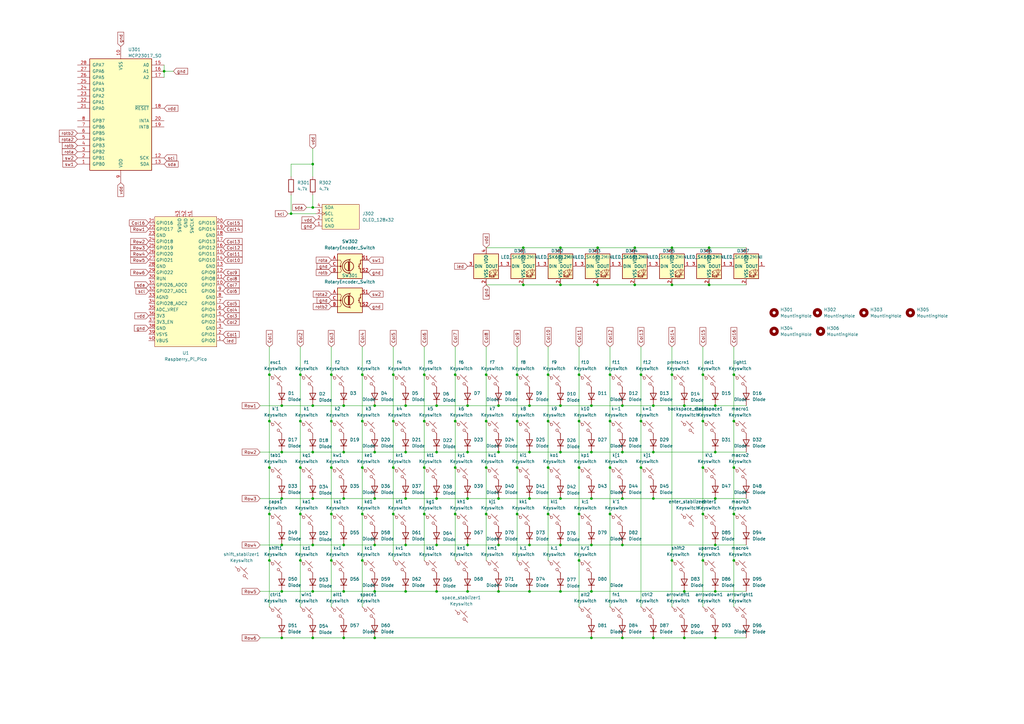
<source format=kicad_sch>
(kicad_sch (version 20231120) (generator "eeschema") (generator_version "8.0")
  (paper "A3")
  (junction (at 237.49 210.82))
  (junction (at 186.69 172.72))
  (junction (at 293.37 166.37))
  (junction (at 300.99 191.77))
  (junction (at 191.77 223.52))
  (junction (at 237.49 191.77))
  (junction (at 186.69 210.82))
  (junction (at 166.37 185.42))
  (junction (at 128.27 67.31))
  (junction (at 119.38 87.63))
  (junction (at 275.59 101.6))
  (junction (at 179.07 223.52))
  (junction (at 280.67 242.57))
  (junction (at 204.47 166.37))
  (junction (at 288.29 229.87))
  (junction (at 280.67 261.62))
  (junction (at 191.77 166.37))
  (junction (at 128.27 85.09))
  (junction (at 153.67 166.37))
  (junction (at 153.67 242.57))
  (junction (at 212.09 172.72))
  (junction (at 128.27 242.57))
  (junction (at 262.89 153.67))
  (junction (at 275.59 153.67))
  (junction (at 161.29 191.77))
  (junction (at 173.99 191.77))
  (junction (at 212.09 153.67))
  (junction (at 166.37 242.57))
  (junction (at 293.37 242.57))
  (junction (at 242.57 204.47))
  (junction (at 300.99 229.87))
  (junction (at 166.37 204.47))
  (junction (at 245.11 116.84))
  (junction (at 153.67 204.47))
  (junction (at 148.59 153.67))
  (junction (at 204.47 185.42))
  (junction (at 229.87 166.37))
  (junction (at 229.87 204.47))
  (junction (at 242.57 185.42))
  (junction (at 288.29 210.82))
  (junction (at 288.29 153.67))
  (junction (at 179.07 166.37))
  (junction (at 123.19 172.72))
  (junction (at 140.97 223.52))
  (junction (at 140.97 204.47))
  (junction (at 288.29 172.72))
  (junction (at 140.97 261.62))
  (junction (at 224.79 153.67))
  (junction (at 262.89 172.72))
  (junction (at 148.59 229.87))
  (junction (at 275.59 116.84))
  (junction (at 199.39 172.72))
  (junction (at 224.79 210.82))
  (junction (at 260.35 116.84))
  (junction (at 123.19 191.77))
  (junction (at 128.27 166.37))
  (junction (at 293.37 204.47))
  (junction (at 128.27 185.42))
  (junction (at 135.89 172.72))
  (junction (at 217.17 242.57))
  (junction (at 242.57 223.52))
  (junction (at 115.57 204.47))
  (junction (at 173.99 172.72))
  (junction (at 267.97 204.47))
  (junction (at 290.83 116.84))
  (junction (at 115.57 185.42))
  (junction (at 229.87 116.84))
  (junction (at 166.37 223.52))
  (junction (at 67.31 29.21))
  (junction (at 250.19 210.82))
  (junction (at 153.67 185.42))
  (junction (at 135.89 153.67))
  (junction (at 204.47 242.57))
  (junction (at 293.37 261.62))
  (junction (at 186.69 153.67))
  (junction (at 199.39 153.67))
  (junction (at 204.47 204.47))
  (junction (at 229.87 101.6))
  (junction (at 115.57 166.37))
  (junction (at 275.59 229.87))
  (junction (at 135.89 229.87))
  (junction (at 224.79 191.77))
  (junction (at 140.97 242.57))
  (junction (at 242.57 166.37))
  (junction (at 237.49 229.87))
  (junction (at 199.39 210.82))
  (junction (at 260.35 101.6))
  (junction (at 255.27 204.47))
  (junction (at 123.19 153.67))
  (junction (at 179.07 204.47))
  (junction (at 153.67 261.62))
  (junction (at 179.07 185.42))
  (junction (at 280.67 166.37))
  (junction (at 161.29 172.72))
  (junction (at 290.83 101.6))
  (junction (at 191.77 242.57))
  (junction (at 148.59 191.77))
  (junction (at 214.63 101.6))
  (junction (at 255.27 223.52))
  (junction (at 110.49 210.82))
  (junction (at 191.77 185.42))
  (junction (at 161.29 153.67))
  (junction (at 300.99 210.82))
  (junction (at 148.59 172.72))
  (junction (at 250.19 172.72))
  (junction (at 110.49 153.67))
  (junction (at 153.67 223.52))
  (junction (at 166.37 166.37))
  (junction (at 140.97 166.37))
  (junction (at 128.27 223.52))
  (junction (at 110.49 191.77))
  (junction (at 293.37 185.42))
  (junction (at 204.47 223.52))
  (junction (at 135.89 191.77))
  (junction (at 267.97 166.37))
  (junction (at 217.17 223.52))
  (junction (at 267.97 261.62))
  (junction (at 179.07 242.57))
  (junction (at 110.49 172.72))
  (junction (at 255.27 261.62))
  (junction (at 229.87 223.52))
  (junction (at 115.57 223.52))
  (junction (at 135.89 210.82))
  (junction (at 110.49 229.87))
  (junction (at 123.19 229.87))
  (junction (at 255.27 185.42))
  (junction (at 250.19 153.67))
  (junction (at 293.37 223.52))
  (junction (at 217.17 166.37))
  (junction (at 250.19 191.77))
  (junction (at 212.09 191.77))
  (junction (at 242.57 261.62))
  (junction (at 245.11 101.6))
  (junction (at 224.79 172.72))
  (junction (at 288.29 191.77))
  (junction (at 237.49 172.72))
  (junction (at 191.77 204.47))
  (junction (at 128.27 204.47))
  (junction (at 115.57 261.62))
  (junction (at 123.19 210.82))
  (junction (at 217.17 204.47))
  (junction (at 267.97 185.42))
  (junction (at 212.09 210.82))
  (junction (at 300.99 153.67))
  (junction (at 217.17 185.42))
  (junction (at 115.57 242.57))
  (junction (at 229.87 242.57))
  (junction (at 255.27 166.37))
  (junction (at 186.69 191.77))
  (junction (at 199.39 191.77))
  (junction (at 161.29 210.82))
  (junction (at 173.99 153.67))
  (junction (at 173.99 210.82))
  (junction (at 148.59 210.82))
  (junction (at 300.99 172.72))
  (junction (at 262.89 191.77))
  (junction (at 229.87 185.42))
  (junction (at 214.63 116.84))
  (junction (at 140.97 185.42))
  (junction (at 128.27 261.62))
  (junction (at 242.57 242.57))
  (junction (at 237.49 153.67))
  (wire (pts (xy 224.79 142.24) (xy 224.79 153.67)))
  (wire (pts (xy 166.37 185.42) (xy 179.07 185.42)))
  (wire (pts (xy 245.11 116.84) (xy 260.35 116.84)))
  (wire (pts (xy 293.37 242.57) (xy 306.07 242.57)))
  (wire (pts (xy 166.37 242.57) (xy 179.07 242.57)))
  (wire (pts (xy 173.99 153.67) (xy 173.99 172.72)))
  (wire (pts (xy 191.77 204.47) (xy 204.47 204.47)))
  (wire (pts (xy 288.29 153.67) (xy 288.29 172.72)))
  (wire (pts (xy 140.97 223.52) (xy 153.67 223.52)))
  (wire (pts (xy 128.27 242.57) (xy 140.97 242.57)))
  (wire (pts (xy 186.69 153.67) (xy 186.69 172.72)))
  (wire (pts (xy 140.97 261.62) (xy 153.67 261.62)))
  (wire (pts (xy 217.17 185.42) (xy 229.87 185.42)))
  (wire (pts (xy 300.99 210.82) (xy 300.99 229.87)))
  (wire (pts (xy 148.59 229.87) (xy 148.59 248.92)))
  (wire (pts (xy 288.29 229.87) (xy 288.29 248.92)))
  (wire (pts (xy 288.29 191.77) (xy 288.29 210.82)))
  (wire (pts (xy 140.97 242.57) (xy 153.67 242.57)))
  (wire (pts (xy 179.07 242.57) (xy 191.77 242.57)))
  (wire (pts (xy 140.97 185.42) (xy 153.67 185.42)))
  (wire (pts (xy 199.39 101.6) (xy 214.63 101.6)))
  (wire (pts (xy 250.19 153.67) (xy 250.19 172.72)))
  (wire (pts (xy 179.07 223.52) (xy 191.77 223.52)))
  (wire (pts (xy 153.67 204.47) (xy 166.37 204.47)))
  (wire (pts (xy 148.59 142.24) (xy 148.59 153.67)))
  (wire (pts (xy 119.38 72.39) (xy 119.38 67.31)))
  (wire (pts (xy 260.35 101.6) (xy 275.59 101.6)))
  (wire (pts (xy 262.89 153.67) (xy 262.89 172.72)))
  (wire (pts (xy 179.07 185.42) (xy 191.77 185.42)))
  (wire (pts (xy 300.99 191.77) (xy 300.99 210.82)))
  (wire (pts (xy 217.17 204.47) (xy 229.87 204.47)))
  (wire (pts (xy 128.27 80.01) (xy 128.27 85.09)))
  (wire (pts (xy 275.59 101.6) (xy 290.83 101.6)))
  (wire (pts (xy 106.68 185.42) (xy 115.57 185.42)))
  (wire (pts (xy 128.27 60.96) (xy 128.27 67.31)))
  (wire (pts (xy 199.39 191.77) (xy 199.39 210.82)))
  (wire (pts (xy 237.49 210.82) (xy 237.49 229.87)))
  (wire (pts (xy 275.59 153.67) (xy 275.59 229.87)))
  (wire (pts (xy 212.09 191.77) (xy 212.09 210.82)))
  (wire (pts (xy 106.68 223.52) (xy 115.57 223.52)))
  (wire (pts (xy 148.59 191.77) (xy 148.59 210.82)))
  (wire (pts (xy 110.49 191.77) (xy 110.49 210.82)))
  (wire (pts (xy 186.69 172.72) (xy 186.69 191.77)))
  (wire (pts (xy 128.27 67.31) (xy 128.27 72.39)))
  (wire (pts (xy 255.27 185.42) (xy 267.97 185.42)))
  (wire (pts (xy 161.29 210.82) (xy 161.29 229.87)))
  (wire (pts (xy 67.31 29.21) (xy 71.12 29.21)))
  (wire (pts (xy 123.19 191.77) (xy 123.19 210.82)))
  (wire (pts (xy 118.11 87.63) (xy 119.38 87.63)))
  (wire (pts (xy 186.69 191.77) (xy 186.69 210.82)))
  (wire (pts (xy 191.77 242.57) (xy 204.47 242.57)))
  (wire (pts (xy 148.59 172.72) (xy 148.59 191.77)))
  (wire (pts (xy 300.99 142.24) (xy 300.99 153.67)))
  (wire (pts (xy 290.83 116.84) (xy 306.07 116.84)))
  (wire (pts (xy 212.09 172.72) (xy 212.09 191.77)))
  (wire (pts (xy 255.27 204.47) (xy 267.97 204.47)))
  (wire (pts (xy 186.69 210.82) (xy 186.69 229.87)))
  (wire (pts (xy 280.67 242.57) (xy 293.37 242.57)))
  (wire (pts (xy 204.47 223.52) (xy 217.17 223.52)))
  (wire (pts (xy 229.87 242.57) (xy 242.57 242.57)))
  (wire (pts (xy 135.89 210.82) (xy 135.89 229.87)))
  (wire (pts (xy 237.49 153.67) (xy 237.49 172.72)))
  (wire (pts (xy 267.97 166.37) (xy 280.67 166.37)))
  (wire (pts (xy 217.17 242.57) (xy 229.87 242.57)))
  (wire (pts (xy 242.57 261.62) (xy 255.27 261.62)))
  (wire (pts (xy 115.57 166.37) (xy 128.27 166.37)))
  (wire (pts (xy 135.89 142.24) (xy 135.89 153.67)))
  (wire (pts (xy 255.27 223.52) (xy 293.37 223.52)))
  (wire (pts (xy 123.19 229.87) (xy 123.19 248.92)))
  (wire (pts (xy 166.37 204.47) (xy 179.07 204.47)))
  (wire (pts (xy 128.27 185.42) (xy 140.97 185.42)))
  (wire (pts (xy 229.87 223.52) (xy 242.57 223.52)))
  (wire (pts (xy 224.79 172.72) (xy 224.79 191.77)))
  (wire (pts (xy 288.29 172.72) (xy 288.29 191.77)))
  (wire (pts (xy 250.19 191.77) (xy 250.19 210.82)))
  (wire (pts (xy 110.49 172.72) (xy 110.49 191.77)))
  (wire (pts (xy 191.77 166.37) (xy 204.47 166.37)))
  (wire (pts (xy 161.29 172.72) (xy 161.29 191.77)))
  (wire (pts (xy 128.27 204.47) (xy 140.97 204.47)))
  (wire (pts (xy 106.68 204.47) (xy 115.57 204.47)))
  (wire (pts (xy 293.37 166.37) (xy 306.07 166.37)))
  (wire (pts (xy 67.31 29.21) (xy 67.31 31.75)))
  (wire (pts (xy 199.39 116.84) (xy 214.63 116.84)))
  (wire (pts (xy 161.29 191.77) (xy 161.29 210.82)))
  (wire (pts (xy 135.89 172.72) (xy 135.89 191.77)))
  (wire (pts (xy 135.89 191.77) (xy 135.89 210.82)))
  (wire (pts (xy 191.77 185.42) (xy 204.47 185.42)))
  (wire (pts (xy 224.79 191.77) (xy 224.79 210.82)))
  (wire (pts (xy 119.38 80.01) (xy 119.38 87.63)))
  (wire (pts (xy 250.19 142.24) (xy 250.19 153.67)))
  (wire (pts (xy 288.29 210.82) (xy 288.29 229.87)))
  (wire (pts (xy 229.87 204.47) (xy 242.57 204.47)))
  (wire (pts (xy 115.57 261.62) (xy 128.27 261.62)))
  (wire (pts (xy 110.49 229.87) (xy 110.49 248.92)))
  (wire (pts (xy 217.17 223.52) (xy 229.87 223.52)))
  (wire (pts (xy 128.27 223.52) (xy 140.97 223.52)))
  (wire (pts (xy 237.49 229.87) (xy 237.49 248.92)))
  (wire (pts (xy 275.59 142.24) (xy 275.59 153.67)))
  (wire (pts (xy 275.59 229.87) (xy 275.59 248.92)))
  (wire (pts (xy 128.27 261.62) (xy 140.97 261.62)))
  (wire (pts (xy 115.57 185.42) (xy 128.27 185.42)))
  (wire (pts (xy 123.19 153.67) (xy 123.19 172.72)))
  (wire (pts (xy 67.31 26.67) (xy 67.31 29.21)))
  (wire (pts (xy 140.97 204.47) (xy 153.67 204.47)))
  (wire (pts (xy 275.59 116.84) (xy 290.83 116.84)))
  (wire (pts (xy 173.99 191.77) (xy 173.99 210.82)))
  (wire (pts (xy 123.19 142.24) (xy 123.19 153.67)))
  (wire (pts (xy 110.49 142.24) (xy 110.49 153.67)))
  (wire (pts (xy 229.87 166.37) (xy 242.57 166.37)))
  (wire (pts (xy 153.67 223.52) (xy 166.37 223.52)))
  (wire (pts (xy 161.29 142.24) (xy 161.29 153.67)))
  (wire (pts (xy 262.89 142.24) (xy 262.89 153.67)))
  (wire (pts (xy 224.79 153.67) (xy 224.79 172.72)))
  (wire (pts (xy 153.67 166.37) (xy 166.37 166.37)))
  (wire (pts (xy 179.07 204.47) (xy 191.77 204.47)))
  (wire (pts (xy 153.67 261.62) (xy 242.57 261.62)))
  (wire (pts (xy 148.59 153.67) (xy 148.59 172.72)))
  (wire (pts (xy 293.37 223.52) (xy 306.07 223.52)))
  (wire (pts (xy 224.79 210.82) (xy 224.79 229.87)))
  (wire (pts (xy 212.09 153.67) (xy 212.09 172.72)))
  (wire (pts (xy 199.39 142.24) (xy 199.39 153.67)))
  (wire (pts (xy 229.87 185.42) (xy 242.57 185.42)))
  (wire (pts (xy 280.67 261.62) (xy 293.37 261.62)))
  (wire (pts (xy 135.89 229.87) (xy 135.89 248.92)))
  (wire (pts (xy 204.47 185.42) (xy 217.17 185.42)))
  (wire (pts (xy 115.57 204.47) (xy 128.27 204.47)))
  (wire (pts (xy 255.27 166.37) (xy 267.97 166.37)))
  (wire (pts (xy 199.39 153.67) (xy 199.39 172.72)))
  (wire (pts (xy 300.99 172.72) (xy 300.99 191.77)))
  (wire (pts (xy 106.68 166.37) (xy 115.57 166.37)))
  (wire (pts (xy 166.37 223.52) (xy 179.07 223.52)))
  (wire (pts (xy 173.99 142.24) (xy 173.99 153.67)))
  (wire (pts (xy 128.27 85.09) (xy 129.54 85.09)))
  (wire (pts (xy 288.29 142.24) (xy 288.29 153.67)))
  (wire (pts (xy 186.69 142.24) (xy 186.69 153.67)))
  (wire (pts (xy 166.37 166.37) (xy 179.07 166.37)))
  (wire (pts (xy 262.89 172.72) (xy 262.89 191.77)))
  (wire (pts (xy 173.99 172.72) (xy 173.99 191.77)))
  (wire (pts (xy 191.77 223.52) (xy 204.47 223.52)))
  (wire (pts (xy 204.47 166.37) (xy 217.17 166.37)))
  (wire (pts (xy 212.09 142.24) (xy 212.09 153.67)))
  (wire (pts (xy 260.35 116.84) (xy 275.59 116.84)))
  (wire (pts (xy 245.11 101.6) (xy 260.35 101.6)))
  (wire (pts (xy 300.99 153.67) (xy 300.99 172.72)))
  (wire (pts (xy 199.39 172.72) (xy 199.39 191.77)))
  (wire (pts (xy 140.97 166.37) (xy 153.67 166.37)))
  (wire (pts (xy 267.97 204.47) (xy 293.37 204.47)))
  (wire (pts (xy 119.38 87.63) (xy 129.54 87.63)))
  (wire (pts (xy 110.49 210.82) (xy 110.49 229.87)))
  (wire (pts (xy 267.97 185.42) (xy 293.37 185.42)))
  (wire (pts (xy 115.57 223.52) (xy 128.27 223.52)))
  (wire (pts (xy 110.49 153.67) (xy 110.49 172.72)))
  (wire (pts (xy 267.97 261.62) (xy 280.67 261.62)))
  (wire (pts (xy 135.89 153.67) (xy 135.89 172.72)))
  (wire (pts (xy 237.49 142.24) (xy 237.49 153.67)))
  (wire (pts (xy 212.09 210.82) (xy 212.09 229.87)))
  (wire (pts (xy 214.63 116.84) (xy 229.87 116.84)))
  (wire (pts (xy 148.59 210.82) (xy 148.59 229.87)))
  (wire (pts (xy 242.57 185.42) (xy 255.27 185.42)))
  (wire (pts (xy 153.67 242.57) (xy 166.37 242.57)))
  (wire (pts (xy 123.19 172.72) (xy 123.19 191.77)))
  (wire (pts (xy 204.47 204.47) (xy 217.17 204.47)))
  (wire (pts (xy 229.87 101.6) (xy 245.11 101.6)))
  (wire (pts (xy 106.68 261.62) (xy 115.57 261.62)))
  (wire (pts (xy 290.83 101.6) (xy 306.07 101.6)))
  (wire (pts (xy 250.19 210.82) (xy 250.19 248.92)))
  (wire (pts (xy 119.38 67.31) (xy 128.27 67.31)))
  (wire (pts (xy 242.57 204.47) (xy 255.27 204.47)))
  (wire (pts (xy 300.99 229.87) (xy 300.99 248.92)))
  (wire (pts (xy 242.57 166.37) (xy 255.27 166.37)))
  (wire (pts (xy 173.99 210.82) (xy 173.99 229.87)))
  (wire (pts (xy 153.67 185.42) (xy 166.37 185.42)))
  (wire (pts (xy 237.49 172.72) (xy 237.49 191.77)))
  (wire (pts (xy 199.39 210.82) (xy 199.39 229.87)))
  (wire (pts (xy 255.27 261.62) (xy 267.97 261.62)))
  (wire (pts (xy 106.68 242.57) (xy 115.57 242.57)))
  (wire (pts (xy 128.27 166.37) (xy 140.97 166.37)))
  (wire (pts (xy 250.19 172.72) (xy 250.19 191.77)))
  (wire (pts (xy 204.47 242.57) (xy 217.17 242.57)))
  (wire (pts (xy 125.73 85.09) (xy 128.27 85.09)))
  (wire (pts (xy 293.37 185.42) (xy 306.07 185.42)))
  (wire (pts (xy 293.37 261.62) (xy 306.07 261.62)))
  (wire (pts (xy 242.57 242.57) (xy 280.67 242.57)))
  (wire (pts (xy 280.67 166.37) (xy 293.37 166.37)))
  (wire (pts (xy 217.17 166.37) (xy 229.87 166.37)))
  (wire (pts (xy 123.19 210.82) (xy 123.19 229.87)))
  (wire (pts (xy 179.07 166.37) (xy 191.77 166.37)))
  (wire (pts (xy 242.57 223.52) (xy 255.27 223.52)))
  (wire (pts (xy 161.29 153.67) (xy 161.29 172.72)))
  (wire (pts (xy 293.37 204.47) (xy 306.07 204.47)))
  (wire (pts (xy 262.89 191.77) (xy 262.89 248.92)))
  (wire (pts (xy 115.57 242.57) (xy 128.27 242.57)))
  (wire (pts (xy 237.49 191.77) (xy 237.49 210.82)))
  (wire (pts (xy 229.87 116.84) (xy 245.11 116.84)))
  (wire (pts (xy 214.63 101.6) (xy 229.87 101.6)))
  (global_label "Row2" (shape input) (at 106.68 185.42 180) (property "Intersheetrefs" "${INTERSHEET_REFS}" (effects (hide yes))))
  (global_label "led" (shape input) (at 191.77 109.22 180) (property "Intersheetrefs" "${INTERSHEET_REFS}" (effects (hide yes))))
  (global_label "Row3" (shape input) (at 106.68 204.47 180) (property "Intersheetrefs" "${INTERSHEET_REFS}" (effects (hide yes))))
  (global_label "Col2" (shape input) (at 91.44 132.08 0) (property "Intersheetrefs" "${INTERSHEET_REFS}" (effects (hide yes))))
  (global_label "gnd" (shape input) (at 135.89 109.22 180) (property "Intersheetrefs" "${INTERSHEET_REFS}" (effects (hide yes))))
  (global_label "rota2" (shape input) (at 135.89 120.65 180) (property "Intersheetrefs" "${INTERSHEET_REFS}" (effects (hide yes))))
  (global_label "Row4" (shape input) (at 60.96 104.14 180) (property "Intersheetrefs" "${INTERSHEET_REFS}" (effects (hide yes))))
  (global_label "Col1" (shape input) (at 110.49 142.24 90) (property "Intersheetrefs" "${INTERSHEET_REFS}" (effects (hide yes))))
  (global_label "rota2" (shape input) (at 31.75 57.15 180) (property "Intersheetrefs" "${INTERSHEET_REFS}" (effects (hide yes))))
  (global_label "Col13" (shape input) (at 262.89 142.24 90) (property "Intersheetrefs" "${INTERSHEET_REFS}" (effects (hide yes))))
  (global_label "vdd" (shape input) (at 49.53 74.93 270) (property "Intersheetrefs" "${INTERSHEET_REFS}" (effects (hide yes))))
  (global_label "Col14" (shape input) (at 275.59 142.24 90) (property "Intersheetrefs" "${INTERSHEET_REFS}" (effects (hide yes))))
  (global_label "Col16" (shape input) (at 60.96 91.44 180) (property "Intersheetrefs" "${INTERSHEET_REFS}" (effects (hide yes))))
  (global_label "Col9" (shape input) (at 91.44 111.76 0) (property "Intersheetrefs" "${INTERSHEET_REFS}" (effects (hide yes))))
  (global_label "Col15" (shape input) (at 288.29 142.24 90) (property "Intersheetrefs" "${INTERSHEET_REFS}" (effects (hide yes))))
  (global_label "led" (shape input) (at 91.44 139.7 0) (property "Intersheetrefs" "${INTERSHEET_REFS}" (effects (hide yes))))
  (global_label "gnd" (shape input) (at 60.96 134.62 180) (property "Intersheetrefs" "${INTERSHEET_REFS}" (effects (hide yes))))
  (global_label "sda" (shape input) (at 67.31 67.31 0) (property "Intersheetrefs" "${INTERSHEET_REFS}" (effects (hide yes))))
  (global_label "Col10" (shape input) (at 224.79 142.24 90) (property "Intersheetrefs" "${INTERSHEET_REFS}" (effects (hide yes))))
  (global_label "Col7" (shape input) (at 91.44 116.84 0) (property "Intersheetrefs" "${INTERSHEET_REFS}" (effects (hide yes))))
  (global_label "Col1" (shape input) (at 91.44 137.16 0) (property "Intersheetrefs" "${INTERSHEET_REFS}" (effects (hide yes))))
  (global_label "Col6" (shape input) (at 173.99 142.24 90) (property "Intersheetrefs" "${INTERSHEET_REFS}" (effects (hide yes))))
  (global_label "Col11" (shape input) (at 91.44 104.14 0) (property "Intersheetrefs" "${INTERSHEET_REFS}" (effects (hide yes))))
  (global_label "gnd" (shape input) (at 151.13 111.76 0) (property "Intersheetrefs" "${INTERSHEET_REFS}" (effects (hide yes))))
  (global_label "Col6" (shape input) (at 91.44 119.38 0) (property "Intersheetrefs" "${INTERSHEET_REFS}" (effects (hide yes))))
  (global_label "vdd" (shape input) (at 129.54 90.17 180) (property "Intersheetrefs" "${INTERSHEET_REFS}" (effects (hide yes))))
  (global_label "Col4" (shape input) (at 91.44 127 0) (property "Intersheetrefs" "${INTERSHEET_REFS}" (effects (hide yes))))
  (global_label "scl" (shape input) (at 67.31 64.77 0) (property "Intersheetrefs" "${INTERSHEET_REFS}" (effects (hide yes))))
  (global_label "Col12" (shape input) (at 250.19 142.24 90) (property "Intersheetrefs" "${INTERSHEET_REFS}" (effects (hide yes))))
  (global_label "vdd" (shape input) (at 128.27 60.96 90) (property "Intersheetrefs" "${INTERSHEET_REFS}" (effects (hide yes))))
  (global_label "Col8" (shape input) (at 91.44 114.3 0) (property "Intersheetrefs" "${INTERSHEET_REFS}" (effects (hide yes))))
  (global_label "Row6" (shape input) (at 60.96 111.76 180) (property "Intersheetrefs" "${INTERSHEET_REFS}" (effects (hide yes))))
  (global_label "Row1" (shape input) (at 60.96 93.98 180) (property "Intersheetrefs" "${INTERSHEET_REFS}" (effects (hide yes))))
  (global_label "sw1" (shape input) (at 151.13 106.68 0) (property "Intersheetrefs" "${INTERSHEET_REFS}" (effects (hide yes))))
  (global_label "Col12" (shape input) (at 91.44 101.6 0) (property "Intersheetrefs" "${INTERSHEET_REFS}" (effects (hide yes))))
  (global_label "sda" (shape input) (at 60.96 116.84 180) (property "Intersheetrefs" "${INTERSHEET_REFS}" (effects (hide yes))))
  (global_label "gnd" (shape input) (at 135.89 123.19 180) (property "Intersheetrefs" "${INTERSHEET_REFS}" (effects (hide yes))))
  (global_label "sda" (shape input) (at 125.73 85.09 180) (property "Intersheetrefs" "${INTERSHEET_REFS}" (effects (hide yes))))
  (global_label "rotb" (shape input) (at 31.75 59.69 180) (property "Intersheetrefs" "${INTERSHEET_REFS}" (effects (hide yes))))
  (global_label "Row5" (shape input) (at 106.68 242.57 180) (property "Intersheetrefs" "${INTERSHEET_REFS}" (effects (hide yes))))
  (global_label "gnd" (shape input) (at 71.12 29.21 0) (property "Intersheetrefs" "${INTERSHEET_REFS}" (effects (hide yes))))
  (global_label "gnd" (shape input) (at 129.54 92.71 180) (property "Intersheetrefs" "${INTERSHEET_REFS}" (effects (hide yes))))
  (global_label "gnd" (shape input) (at 49.53 19.05 90) (property "Intersheetrefs" "${INTERSHEET_REFS}" (effects (hide yes))))
  (global_label "Col15" (shape input) (at 91.44 91.44 0) (property "Intersheetrefs" "${INTERSHEET_REFS}" (effects (hide yes))))
  (global_label "scl" (shape input) (at 60.96 119.38 180) (property "Intersheetrefs" "${INTERSHEET_REFS}" (effects (hide yes))))
  (global_label "vdd" (shape input) (at 199.39 101.6 90) (property "Intersheetrefs" "${INTERSHEET_REFS}" (effects (hide yes))))
  (global_label "sw1" (shape input) (at 31.75 67.31 180) (property "Intersheetrefs" "${INTERSHEET_REFS}" (effects (hide yes))))
  (global_label "Col13" (shape input) (at 91.44 99.06 0) (property "Intersheetrefs" "${INTERSHEET_REFS}" (effects (hide yes))))
  (global_label "rotb" (shape input) (at 135.89 111.76 180) (property "Intersheetrefs" "${INTERSHEET_REFS}" (effects (hide yes))))
  (global_label "rota" (shape input) (at 31.75 62.23 180) (property "Intersheetrefs" "${INTERSHEET_REFS}" (effects (hide yes))))
  (global_label "Col11" (shape input) (at 237.49 142.24 90) (property "Intersheetrefs" "${INTERSHEET_REFS}" (effects (hide yes))))
  (global_label "Col10" (shape input) (at 91.44 106.68 0) (property "Intersheetrefs" "${INTERSHEET_REFS}" (effects (hide yes))))
  (global_label "rotb2" (shape input) (at 31.75 54.61 180) (property "Intersheetrefs" "${INTERSHEET_REFS}" (effects (hide yes))))
  (global_label "vdd" (shape input) (at 60.96 129.54 180) (property "Intersheetrefs" "${INTERSHEET_REFS}" (effects (hide yes))))
  (global_label "Row4" (shape input) (at 106.68 223.52 180) (property "Intersheetrefs" "${INTERSHEET_REFS}" (effects (hide yes))))
  (global_label "Col7" (shape input) (at 186.69 142.24 90) (property "Intersheetrefs" "${INTERSHEET_REFS}" (effects (hide yes))))
  (global_label "Row1" (shape input) (at 106.68 166.37 180) (property "Intersheetrefs" "${INTERSHEET_REFS}" (effects (hide yes))))
  (global_label "gnd" (shape input) (at 199.39 116.84 270) (property "Intersheetrefs" "${INTERSHEET_REFS}" (effects (hide yes))))
  (global_label "Col4" (shape input) (at 148.59 142.24 90) (property "Intersheetrefs" "${INTERSHEET_REFS}" (effects (hide yes))))
  (global_label "Col14" (shape input) (at 91.44 93.98 0) (property "Intersheetrefs" "${INTERSHEET_REFS}" (effects (hide yes))))
  (global_label "sw2" (shape input) (at 151.13 120.65 0) (property "Intersheetrefs" "${INTERSHEET_REFS}" (effects (hide yes))))
  (global_label "Row2" (shape input) (at 60.96 99.06 180) (property "Intersheetrefs" "${INTERSHEET_REFS}" (effects (hide yes))))
  (global_label "Row5" (shape input) (at 60.96 106.68 180) (property "Intersheetrefs" "${INTERSHEET_REFS}" (effects (hide yes))))
  (global_label "Row3" (shape input) (at 60.96 101.6 180) (property "Intersheetrefs" "${INTERSHEET_REFS}" (effects (hide yes))))
  (global_label "sw2" (shape input) (at 31.75 64.77 180) (property "Intersheetrefs" "${INTERSHEET_REFS}" (effects (hide yes))))
  (global_label "Col5" (shape input) (at 161.29 142.24 90) (property "Intersheetrefs" "${INTERSHEET_REFS}" (effects (hide yes))))
  (global_label "Col2" (shape input) (at 123.19 142.24 90) (property "Intersheetrefs" "${INTERSHEET_REFS}" (effects (hide yes))))
  (global_label "rota" (shape input) (at 135.89 106.68 180) (property "Intersheetrefs" "${INTERSHEET_REFS}" (effects (hide yes))))
  (global_label "Col3" (shape input) (at 91.44 129.54 0) (property "Intersheetrefs" "${INTERSHEET_REFS}" (effects (hide yes))))
  (global_label "Row6" (shape input) (at 106.68 261.62 180) (property "Intersheetrefs" "${INTERSHEET_REFS}" (effects (hide yes))))
  (global_label "Col16" (shape input) (at 300.99 142.24 90) (property "Intersheetrefs" "${INTERSHEET_REFS}" (effects (hide yes))))
  (global_label "Col8" (shape input) (at 199.39 142.24 90) (property "Intersheetrefs" "${INTERSHEET_REFS}" (effects (hide yes))))
  (global_label "Col3" (shape input) (at 135.89 142.24 90) (property "Intersheetrefs" "${INTERSHEET_REFS}" (effects (hide yes))))
  (global_label "rotb2" (shape input) (at 135.89 125.73 180) (property "Intersheetrefs" "${INTERSHEET_REFS}" (effects (hide yes))))
  (global_label "vdd" (shape input) (at 67.31 44.45 0) (property "Intersheetrefs" "${INTERSHEET_REFS}" (effects (hide yes))))
  (global_label "scl" (shape input) (at 118.11 87.63 180) (property "Intersheetrefs" "${INTERSHEET_REFS}" (effects (hide yes))))
  (global_label "Col9" (shape input) (at 212.09 142.24 90) (property "Intersheetrefs" "${INTERSHEET_REFS}" (effects (hide yes))))
  (global_label "gnd" (shape input) (at 151.13 125.73 0) (property "Intersheetrefs" "${INTERSHEET_REFS}" (effects (hide yes))))
  (global_label "Col5" (shape input) (at 91.44 124.46 0) (property "Intersheetrefs" "${INTERSHEET_REFS}" (effects (hide yes))))
  (symbol (lib_id "ScottoKeebs:LED_SK6812MINI") (at 290.83 109.22 0) (unit 1)
    (property "Reference" "D307" (at 304.8 102.9014 0))
    (property "Value" "LED_SK6812MINI" (at 304.8 105.4414 0))
    (property "Footprint" "ScottoKeebs_Components:LED_SK6812MINI" (effects (hide yes)))
    (property "Datasheet" "https://cdn-shop.adafruit.com/product-files/2686/SK6812MINI_REV.01-1-2.pdf" (effects (hide yes)))
    (property "Description" "RGB LED with integrated controller" (effects (hide yes)))
  )
  (symbol (lib_id "Device:RotaryEncoder_Switch") (at 143.51 123.19 0) (unit 1)
    (property "Reference" "SW301" (at 143.51 113.03 0))
    (property "Value" "RotaryEncoder_Switch" (at 143.51 115.57 0))
    (property "Footprint" "Rotary_Encoder:RotaryEncoder_Alps_EC12E-Switch_Vertical_H20mm" (effects (hide yes)))
    (property "Description" "Rotary encoder, dual channel, incremental quadrate outputs, with switch" (effects (hide yes)))
  )
  (symbol (lib_id "ScottoKeebs:Placeholder_Diode") (at 280.67 238.76 90) (unit 1)
    (property "Reference" "D83" (at 283.21 237.4899 90) (effects (justify right)))
    (property "Value" "Diode" (at 283.21 240.0299 90) (effects (justify right)))
    (property "Footprint" "ScottoKeebs_Components:Diode_DO-35" (effects (hide yes)))
    (property "Description" "1N4148 (DO-35) or 1N4148W (SOD-123)" (effects (hide yes)))
    (property "Sim.Device" "D" (effects (hide yes)))
    (property "Sim.Pins" "1=K 2=A" (effects (hide yes)))
  )
  (symbol (lib_id "ScottoKeebs:Placeholder_Diode") (at 255.27 162.56 90) (unit 1)
    (property "Reference" "D12" (at 257.81 161.2899 90) (effects (justify right)))
    (property "Value" "Diode" (at 257.81 163.8299 90) (effects (justify right)))
    (property "Footprint" "ScottoKeebs_Components:Diode_DO-35" (effects (hide yes)))
    (property "Description" "1N4148 (DO-35) or 1N4148W (SOD-123)" (effects (hide yes)))
    (property "Sim.Device" "D" (effects (hide yes)))
    (property "Sim.Pins" "1=K 2=A" (effects (hide yes)))
  )
  (symbol (lib_id "ScottoKeebs:Placeholder_Diode") (at 128.27 162.56 90) (unit 1)
    (property "Reference" "D2" (at 130.81 161.544 90) (effects (justify right)))
    (property "Value" "Diode" (at 130.81 164.084 90) (effects (justify right)))
    (property "Footprint" "ScottoKeebs_Components:Diode_DO-35" (effects (hide yes)))
    (property "Description" "1N4148 (DO-35) or 1N4148W (SOD-123)" (effects (hide yes)))
    (property "Sim.Device" "D" (effects (hide yes)))
    (property "Sim.Pins" "1=K 2=A" (effects (hide yes)))
  )
  (symbol (lib_id "ScottoKeebs:Placeholder_Resistor") (at 128.27 76.2 90) (unit 1)
    (property "Reference" "R302" (at 130.81 74.9299 90) (effects (justify right)))
    (property "Value" "4.7k" (at 130.81 77.4699 90) (effects (justify right)))
    (property "Footprint" "Resistor_THT:R_Axial_DIN0204_L3.6mm_D1.6mm_P1.90mm_Vertical" (effects (hide yes)))
    (property "Description" "Resistor" (effects (hide yes)))
  )
  (symbol (lib_id "ScottoKeebs:Placeholder_Keyswitch") (at 125.73 232.41 0) (unit 1)
    (property "Reference" "kz1" (at 125.73 224.79 0))
    (property "Value" "Keyswitch" (at 125.73 227.33 0))
    (property "Footprint" "ScottoKeebs_MX:MX_PCB_1.00u" (effects (hide yes)))
    (property "Description" "Push button switch, normally open, two pins, 45° tilted" (effects (hide yes)))
  )
  (symbol (lib_id "ScottoKeebs:Placeholder_Diode") (at 293.37 257.81 90) (unit 1)
    (property "Reference" "D93" (at 295.91 256.5399 90) (effects (justify right)))
    (property "Value" "Diode" (at 300.99 259.0799 90) (effects (justify right)))
    (property "Footprint" "ScottoKeebs_Components:Diode_DO-35" (effects (hide yes)))
    (property "Description" "1N4148 (DO-35) or 1N4148W (SOD-123)" (effects (hide yes)))
    (property "Sim.Device" "D" (effects (hide yes)))
    (property "Sim.Pins" "1=K 2=A" (effects (hide yes)))
  )
  (symbol (lib_id "ScottoKeebs:Placeholder_Diode") (at 153.67 200.66 90) (unit 1)
    (property "Reference" "D36" (at 156.21 199.3899 90) (effects (justify right)))
    (property "Value" "Diode" (at 156.21 201.9299 90) (effects (justify right)))
    (property "Footprint" "ScottoKeebs_Components:Diode_DO-35" (effects (hide yes)))
    (property "Description" "1N4148 (DO-35) or 1N4148W (SOD-123)" (effects (hide yes)))
    (property "Sim.Device" "D" (effects (hide yes)))
    (property "Sim.Pins" "1=K 2=A" (effects (hide yes)))
  )
  (symbol (lib_id "ScottoKeebs:Placeholder_Diode") (at 229.87 200.66 90) (unit 1)
    (property "Reference" "D42" (at 232.41 199.644 90) (effects (justify right)))
    (property "Value" "Diode" (at 232.41 202.184 90) (effects (justify right)))
    (property "Footprint" "ScottoKeebs_Components:Diode_DO-35" (effects (hide yes)))
    (property "Description" "1N4148 (DO-35) or 1N4148W (SOD-123)" (effects (hide yes)))
    (property "Sim.Device" "D" (effects (hide yes)))
    (property "Sim.Pins" "1=K 2=A" (effects (hide yes)))
  )
  (symbol (lib_id "ScottoKeebs:Placeholder_Diode") (at 115.57 200.66 90) (unit 1)
    (property "Reference" "D33" (at 118.11 199.3899 90) (effects (justify right)))
    (property "Value" "Diode" (at 118.11 201.9299 90) (effects (justify right)))
    (property "Footprint" "ScottoKeebs_Components:Diode_DO-35" (effects (hide yes)))
    (property "Description" "1N4148 (DO-35) or 1N4148W (SOD-123)" (effects (hide yes)))
    (property "Sim.Device" "D" (effects (hide yes)))
    (property "Sim.Pins" "1=K 2=A" (effects (hide yes)))
  )
  (symbol (lib_id "ScottoKeebs:Placeholder_Diode") (at 217.17 238.76 90) (unit 1)
    (property "Reference" "D74" (at 219.71 237.4899 90) (effects (justify right)))
    (property "Value" "Diode" (at 219.71 240.0299 90) (effects (justify right)))
    (property "Footprint" "ScottoKeebs_Components:Diode_DO-35" (effects (hide yes)))
    (property "Description" "1N4148 (DO-35) or 1N4148W (SOD-123)" (effects (hide yes)))
    (property "Sim.Device" "D" (effects (hide yes)))
    (property "Sim.Pins" "1=K 2=A" (effects (hide yes)))
  )
  (symbol (lib_id "ScottoKeebs:Placeholder_Keyswitch") (at 240.03 156.21 0) (unit 1)
    (property "Reference" "f10" (at 240.03 148.59 0))
    (property "Value" "Keyswitch" (at 240.03 151.13 0))
    (property "Footprint" "ScottoKeebs_MX:MX_PCB_1.00u" (effects (hide yes)))
    (property "Description" "Push button switch, normally open, two pins, 45° tilted" (effects (hide yes)))
  )
  (symbol (lib_id "ScottoKeebs:Placeholder_Diode") (at 217.17 219.71 90) (unit 1)
    (property "Reference" "D73" (at 219.71 218.4399 90) (effects (justify right)))
    (property "Value" "Diode" (at 219.71 220.9799 90) (effects (justify right)))
    (property "Footprint" "ScottoKeebs_Components:Diode_DO-35" (effects (hide yes)))
    (property "Description" "1N4148 (DO-35) or 1N4148W (SOD-123)" (effects (hide yes)))
    (property "Sim.Device" "D" (effects (hide yes)))
    (property "Sim.Pins" "1=K 2=A" (effects (hide yes)))
  )
  (symbol (lib_id "Interface_Expansion:MCP23017_SO") (at 49.53 46.99 180) (unit 1)
    (property "Reference" "U301" (at 52.5465 20.32 0) (effects (justify right)))
    (property "Value" "MCP23017_SO" (at 52.5465 22.86 0) (effects (justify right)))
    (property "Footprint" "Package_SO:SOIC-28W_7.5x17.9mm_P1.27mm" (effects (hide yes)))
    (property "Datasheet" "http://ww1.microchip.com/downloads/en/DeviceDoc/20001952C.pdf" (effects (hide yes)))
    (property "Description" "16-bit I/O expander, I2C, interrupts, w pull-ups, SOIC-28" (effects (hide yes)))
  )
  (symbol (lib_id "ScottoKeebs:Placeholder_Keyswitch") (at 113.03 232.41 0) (unit 1)
    (property "Reference" "shift1" (at 113.03 224.79 0))
    (property "Value" "Keyswitch" (at 113.03 227.33 0))
    (property "Footprint" "ScottoKeebs_MX:MX_PCB_2.25u" (effects (hide yes)))
    (property "Description" "Push button switch, normally open, two pins, 45° tilted" (effects (hide yes)))
  )
  (symbol (lib_id "ScottoKeebs:Placeholder_Diode") (at 255.27 257.81 90) (unit 1)
    (property "Reference" "D84" (at 257.81 256.5399 90) (effects (justify right)))
    (property "Value" "Diode" (at 257.81 259.0799 90) (effects (justify right)))
    (property "Footprint" "ScottoKeebs_Components:Diode_DO-35" (effects (hide yes)))
    (property "Description" "1N4148 (DO-35) or 1N4148W (SOD-123)" (effects (hide yes)))
    (property "Sim.Device" "D" (effects (hide yes)))
    (property "Sim.Pins" "1=K 2=A" (effects (hide yes)))
  )
  (symbol (lib_id "ScottoKeebs:Placeholder_Keyswitch") (at 214.63 194.31 0) (unit 1)
    (property "Reference" "ki1" (at 214.63 186.69 0))
    (property "Value" "Keyswitch" (at 214.63 189.23 0))
    (property "Footprint" "ScottoKeebs_MX:MX_PCB_1.00u" (effects (hide yes)))
    (property "Description" "Push button switch, normally open, two pins, 45° tilted" (effects (hide yes)))
  )
  (symbol (lib_id "ScottoKeebs:Placeholder_Keyswitch") (at 201.93 232.41 0) (unit 1)
    (property "Reference" "km1" (at 201.93 224.79 0))
    (property "Value" "Keyswitch" (at 201.93 227.33 0))
    (property "Footprint" "ScottoKeebs_MX:MX_PCB_1.00u" (effects (hide yes)))
    (property "Description" "Push button switch, normally open, two pins, 45° tilted" (effects (hide yes)))
  )
  (symbol (lib_id "ScottoKeebs:Placeholder_Keyswitch") (at 138.43 156.21 0) (unit 1)
    (property "Reference" "f2" (at 138.43 148.59 0))
    (property "Value" "Keyswitch" (at 138.43 151.13 0))
    (property "Footprint" "ScottoKeebs_MX:MX_PCB_1.00u" (effects (hide yes)))
    (property "Description" "Push button switch, normally open, two pins, 45° tilted" (effects (hide yes)))
  )
  (symbol (lib_id "ScottoKeebs:Placeholder_Keyswitch") (at 278.13 251.46 0) (unit 1)
    (property "Reference" "arrowleft1" (at 278.13 243.84 0))
    (property "Value" "Keyswitch" (at 278.13 246.38 0))
    (property "Footprint" "ScottoKeebs_MX:MX_PCB_1.00u" (effects (hide yes)))
    (property "Description" "Push button switch, normally open, two pins, 45° tilted" (effects (hide yes)))
  )
  (symbol (lib_id "ScottoKeebs:Placeholder_Diode") (at 128.27 257.81 90) (unit 1)
    (property "Reference" "D54" (at 130.81 256.794 90) (effects (justify right)))
    (property "Value" "Diode" (at 130.81 259.334 90) (effects (justify right)))
    (property "Footprint" "ScottoKeebs_Components:Diode_DO-35" (effects (hide yes)))
    (property "Description" "1N4148 (DO-35) or 1N4148W (SOD-123)" (effects (hide yes)))
    (property "Sim.Device" "D" (effects (hide yes)))
    (property "Sim.Pins" "1=K 2=A" (effects (hide yes)))
  )
  (symbol (lib_id "ScottoKeebs:Placeholder_Keyswitch") (at 281.94 213.36 0) (unit 1)
    (property "Reference" "enter_stablizer1" (at 281.94 205.74 0))
    (property "Value" "Keyswitch" (at 281.94 208.28 0))
    (property "Footprint" "ScottoKeebs_Stabilizer:Stabilizer_MX_2.00u" (effects (hide yes)))
    (property "Description" "Push button switch, normally open, two pins, 45° tilted" (effects (hide yes)))
  )
  (symbol (lib_id "ScottoKeebs:Placeholder_Keyswitch") (at 303.53 194.31 0) (unit 1)
    (property "Reference" "macro2" (at 303.53 186.69 0))
    (property "Value" "Keyswitch" (at 303.53 189.23 0))
    (property "Footprint" "ScottoKeebs_MX:MX_PCB_1.00u" (effects (hide yes)))
    (property "Description" "Push button switch, normally open, two pins, 45° tilted" (effects (hide yes)))
  )
  (symbol (lib_id "ScottoKeebs:Placeholder_Keyswitch") (at 151.13 213.36 0) (unit 1)
    (property "Reference" "kd1" (at 151.13 205.74 0))
    (property "Value" "Keyswitch" (at 151.13 208.28 0))
    (property "Footprint" "ScottoKeebs_MX:MX_PCB_1.00u" (effects (hide yes)))
    (property "Description" "Push button switch, normally open, two pins, 45° tilted" (effects (hide yes)))
  )
  (symbol (lib_id "ScottoKeebs:Placeholder_Diode") (at 191.77 200.66 90) (unit 1)
    (property "Reference" "D39" (at 194.31 199.3899 90) (effects (justify right)))
    (property "Value" "Diode" (at 199.39 201.9299 90) (effects (justify right)))
    (property "Footprint" "ScottoKeebs_Components:Diode_DO-35" (effects (hide yes)))
    (property "Description" "1N4148 (DO-35) or 1N4148W (SOD-123)" (effects (hide yes)))
    (property "Sim.Device" "D" (effects (hide yes)))
    (property "Sim.Pins" "1=K 2=A" (effects (hide yes)))
  )
  (symbol (lib_id "ScottoKeebs:Placeholder_Diode") (at 179.07 219.71 90) (unit 1)
    (property "Reference" "D64" (at 181.61 218.694 90) (effects (justify right)))
    (property "Value" "Diode" (at 181.61 221.234 90) (effects (justify right)))
    (property "Footprint" "ScottoKeebs_Components:Diode_DO-35" (effects (hide yes)))
    (property "Description" "1N4148 (DO-35) or 1N4148W (SOD-123)" (effects (hide yes)))
    (property "Sim.Device" "D" (effects (hide yes)))
    (property "Sim.Pins" "1=K 2=A" (effects (hide yes)))
  )
  (symbol (lib_id "ScottoKeebs:Placeholder_Keyswitch") (at 125.73 213.36 0) (unit 1)
    (property "Reference" "ka1" (at 125.73 205.74 0))
    (property "Value" "Keyswitch" (at 125.73 208.28 0))
    (property "Footprint" "ScottoKeebs_MX:MX_PCB_1.00u" (effects (hide yes)))
    (property "Description" "Push button switch, normally open, two pins, 45° tilted" (effects (hide yes)))
  )
  (symbol (lib_id "ScottoKeebs:Placeholder_Diode") (at 115.57 238.76 90) (unit 1)
    (property "Reference" "D50" (at 118.11 237.4899 90) (effects (justify right)))
    (property "Value" "Diode" (at 118.11 240.0299 90) (effects (justify right)))
    (property "Footprint" "ScottoKeebs_Components:Diode_DO-35" (effects (hide yes)))
    (property "Description" "1N4148 (DO-35) or 1N4148W (SOD-123)" (effects (hide yes)))
    (property "Sim.Device" "D" (effects (hide yes)))
    (property "Sim.Pins" "1=K 2=A" (effects (hide yes)))
  )
  (symbol (lib_id "ScottoKeebs:Placeholder_Diode") (at 166.37 219.71 90) (unit 1)
    (property "Reference" "D61" (at 168.91 218.4399 90) (effects (justify right)))
    (property "Value" "Diode" (at 168.91 220.9799 90) (effects (justify right)))
    (property "Footprint" "ScottoKeebs_Components:Diode_DO-35" (effects (hide yes)))
    (property "Description" "1N4148 (DO-35) or 1N4148W (SOD-123)" (effects (hide yes)))
    (property "Sim.Device" "D" (effects (hide yes)))
    (property "Sim.Pins" "1=K 2=A" (effects (hide yes)))
  )
  (symbol (lib_id "ScottoKeebs:Placeholder_Keyswitch") (at 265.43 156.21 0) (unit 1)
    (property "Reference" "f12" (at 265.43 148.59 0))
    (property "Value" "Keyswitch" (at 265.43 151.13 0))
    (property "Footprint" "ScottoKeebs_MX:MX_PCB_1.00u" (effects (hide yes)))
    (property "Description" "Push button switch, normally open, two pins, 45° tilted" (effects (hide yes)))
  )
  (symbol (lib_id "ScottoKeebs:Placeholder_Diode") (at 204.47 219.71 90) (unit 1)
    (property "Reference" "D70" (at 207.01 218.4399 90) (effects (justify right)))
    (property "Value" "Diode" (at 207.01 220.9799 90) (effects (justify right)))
    (property "Footprint" "ScottoKeebs_Components:Diode_DO-35" (effects (hide yes)))
    (property "Description" "1N4148 (DO-35) or 1N4148W (SOD-123)" (effects (hide yes)))
    (property "Sim.Device" "D" (effects (hide yes)))
    (property "Sim.Pins" "1=K 2=A" (effects (hide yes)))
  )
  (symbol (lib_id "Mechanical:MountingHole") (at 317.5 128.27 0) (unit 1) (exclude_from_sim yes) (in_bom no)
    (property "Reference" "H301" (at 320.04 126.9999 0) (effects (justify left)))
    (property "Value" "MountingHole" (at 320.04 129.5399 0) (effects (justify left)))
    (property "Footprint" "MountingHole:MountingHole_2.2mm_M2" (effects (hide yes)))
    (property "Description" "Mounting Hole without connection" (effects (hide yes)))
  )
  (symbol (lib_id "ScottoKeebs:Placeholder_Keyswitch") (at 113.03 251.46 0) (unit 1)
    (property "Reference" "ctrl1" (at 113.03 243.84 0))
    (property "Value" "Keyswitch" (at 113.03 246.38 0))
    (property "Footprint" "ScottoKeebs_MX:MX_PCB_1.25u" (effects (hide yes)))
    (property "Description" "Push button switch, normally open, two pins, 45° tilted" (effects (hide yes)))
  )
  (symbol (lib_id "ScottoKeebs:Placeholder_Keyswitch") (at 125.73 175.26 0) (unit 1)
    (property "Reference" "k1" (at 125.73 167.64 0))
    (property "Value" "Keyswitch" (at 125.73 170.18 0))
    (property "Footprint" "ScottoKeebs_MX:MX_PCB_1.00u" (effects (hide yes)))
    (property "Description" "Push button switch, normally open, two pins, 45° tilted" (effects (hide yes)))
  )
  (symbol (lib_id "ScottoKeebs:Placeholder_Keyswitch") (at 278.13 232.41 0) (unit 1)
    (property "Reference" "shift2" (at 278.13 224.79 0))
    (property "Value" "Keyswitch" (at 278.13 227.33 0))
    (property "Footprint" "ScottoKeebs_MX:MX_PCB_1.75u" (effects (hide yes)))
    (property "Description" "Push button switch, normally open, two pins, 45° tilted" (effects (hide yes)))
  )
  (symbol (lib_id "ScottoKeebs:Placeholder_Keyswitch") (at 303.53 213.36 0) (unit 1)
    (property "Reference" "macro3" (at 303.53 205.74 0))
    (property "Value" "Keyswitch" (at 303.53 208.28 0))
    (property "Footprint" "ScottoKeebs_MX:MX_PCB_1.00u" (effects (hide yes)))
    (property "Description" "Push button switch, normally open, two pins, 45° tilted" (effects (hide yes)))
  )
  (symbol (lib_id "ScottoKeebs:Placeholder_Keyswitch") (at 227.33 232.41 0) (unit 1)
    (property "Reference" "k.1" (at 227.33 224.79 0))
    (property "Value" "Keyswitch" (at 227.33 227.33 0))
    (property "Footprint" "ScottoKeebs_MX:MX_PCB_1.00u" (effects (hide yes)))
    (property "Description" "Push button switch, normally open, two pins, 45° tilted" (effects (hide yes)))
  )
  (symbol (lib_id "ScottoKeebs:Placeholder_Keyswitch") (at 189.23 156.21 0) (unit 1)
    (property "Reference" "f6" (at 189.23 148.59 0))
    (property "Value" "Keyswitch" (at 189.23 151.13 0))
    (property "Footprint" "ScottoKeebs_MX:MX_PCB_1.00u" (effects (hide yes)))
    (property "Description" "Push button switch, normally open, two pins, 45° tilted" (effects (hide yes)))
  )
  (symbol (lib_id "ScottoKeebs:Placeholder_Keyswitch") (at 252.73 213.36 0) (unit 1)
    (property "Reference" "k'1" (at 252.73 205.74 0))
    (property "Value" "Keyswitch" (at 252.73 208.28 0))
    (property "Footprint" "ScottoKeebs_MX:MX_PCB_1.00u" (effects (hide yes)))
    (property "Description" "Push button switch, normally open, two pins, 45° tilted" (effects (hide yes)))
  )
  (symbol (lib_id "ScottoKeebs:Placeholder_Diode") (at 280.67 257.81 90) (unit 1)
    (property "Reference" "D90" (at 283.21 256.794 90) (effects (justify right)))
    (property "Value" "Diode" (at 283.21 259.334 90) (effects (justify right)))
    (property "Footprint" "ScottoKeebs_Components:Diode_DO-35" (effects (hide yes)))
    (property "Description" "1N4148 (DO-35) or 1N4148W (SOD-123)" (effects (hide yes)))
    (property "Sim.Device" "D" (effects (hide yes)))
    (property "Sim.Pins" "1=K 2=A" (effects (hide yes)))
  )
  (symbol (lib_id "ScottoKeebs:Placeholder_Diode") (at 306.07 162.56 90) (unit 1)
    (property "Reference" "D16" (at 308.61 161.2899 90) (effects (justify right)))
    (property "Value" "Diode" (at 308.61 163.8299 90) (effects (justify right)))
    (property "Footprint" "ScottoKeebs_Components:Diode_DO-35" (effects (hide yes)))
    (property "Description" "1N4148 (DO-35) or 1N4148W (SOD-123)" (effects (hide yes)))
    (property "Sim.Device" "D" (effects (hide yes)))
    (property "Sim.Pins" "1=K 2=A" (effects (hide yes)))
  )
  (symbol (lib_id "ScottoKeebs:Placeholder_Diode") (at 140.97 257.81 90) (unit 1)
    (property "Reference" "D57" (at 143.51 256.5399 90) (effects (justify right)))
    (property "Value" "Diode" (at 148.59 259.0799 90) (effects (justify right)))
    (property "Footprint" "ScottoKeebs_Components:Diode_DO-35" (effects (hide yes)))
    (property "Description" "1N4148 (DO-35) or 1N4148W (SOD-123)" (effects (hide yes)))
    (property "Sim.Device" "D" (effects (hide yes)))
    (property "Sim.Pins" "1=K 2=A" (effects (hide yes)))
  )
  (symbol (lib_id "ScottoKeebs:Placeholder_Diode") (at 140.97 181.61 90) (unit 1)
    (property "Reference" "D19" (at 143.51 180.3399 90) (effects (justify right)))
    (property "Value" "Diode" (at 148.59 182.8799 90) (effects (justify right)))
    (property "Footprint" "ScottoKeebs_Components:Diode_DO-35" (effects (hide yes)))
    (property "Description" "1N4148 (DO-35) or 1N4148W (SOD-123)" (effects (hide yes)))
    (property "Sim.Device" "D" (effects (hide yes)))
    (property "Sim.Pins" "1=K 2=A" (effects (hide yes)))
  )
  (symbol (lib_id "Device:RotaryEncoder_Switch") (at 143.51 109.22 0) (unit 1)
    (property "Reference" "SW302" (at 143.51 99.06 0))
    (property "Value" "RotaryEncoder_Switch" (at 143.51 101.6 0))
    (property "Footprint" "Rotary_Encoder:RotaryEncoder_Alps_EC12E-Switch_Vertical_H20mm" (effects (hide yes)))
    (property "Description" "Rotary encoder, dual channel, incremental quadrate outputs, with switch" (effects (hide yes)))
  )
  (symbol (lib_id "ScottoKeebs:MCU_Raspberry_Pi_Pico") (at 76.2 115.57 180) (unit 1)
    (property "Reference" "U1" (at 76.2 144.78 0))
    (property "Value" "Raspberry_Pi_Pico" (at 76.2 147.32 0))
    (property "Footprint" "ScottoKeebs_MCU:Raspberry_Pi_Pico" (effects (hide yes)))
  )
  (symbol (lib_id "ScottoKeebs:Placeholder_Diode") (at 128.27 200.66 90) (unit 1)
    (property "Reference" "D34" (at 130.81 199.644 90) (effects (justify right)))
    (property "Value" "Diode" (at 130.81 202.184 90) (effects (justify right)))
    (property "Footprint" "ScottoKeebs_Components:Diode_DO-35" (effects (hide yes)))
    (property "Description" "1N4148 (DO-35) or 1N4148W (SOD-123)" (effects (hide yes)))
    (property "Sim.Device" "D" (effects (hide yes)))
    (property "Sim.Pins" "1=K 2=A" (effects (hide yes)))
  )
  (symbol (lib_id "ScottoKeebs:Placeholder_Keyswitch") (at 214.63 175.26 0) (unit 1)
    (property "Reference" "k8" (at 214.63 167.64 0))
    (property "Value" "Keyswitch" (at 214.63 170.18 0))
    (property "Footprint" "ScottoKeebs_MX:MX_PCB_1.00u" (effects (hide yes)))
    (property "Description" "Push button switch, normally open, two pins, 45° tilted" (effects (hide yes)))
  )
  (symbol (lib_id "ScottoKeebs:Placeholder_Keyswitch") (at 303.53 175.26 0) (unit 1)
    (property "Reference" "macro1" (at 303.53 167.64 0))
    (property "Value" "Keyswitch" (at 303.53 170.18 0))
    (property "Footprint" "ScottoKeebs_MX:MX_PCB_1.00u" (effects (hide yes)))
    (property "Description" "Push button switch, normally open, two pins, 45° tilted" (effects (hide yes)))
  )
  (symbol (lib_id "ScottoKeebs:Placeholder_Diode") (at 115.57 162.56 90) (unit 1)
    (property "Reference" "D1" (at 118.11 161.2899 90) (effects (justify right)))
    (property "Value" "Diode" (at 118.11 163.8299 90) (effects (justify right)))
    (property "Footprint" "ScottoKeebs_Components:Diode_DO-35" (effects (hide yes)))
    (property "Description" "1N4148 (DO-35) or 1N4148W (SOD-123)" (effects (hide yes)))
    (property "Sim.Device" "D" (effects (hide yes)))
    (property "Sim.Pins" "1=K 2=A" (effects (hide yes)))
  )
  (symbol (lib_id "ScottoKeebs:Placeholder_Diode") (at 217.17 162.56 90) (unit 1)
    (property "Reference" "D9" (at 219.71 161.2899 90) (effects (justify right)))
    (property "Value" "Diode" (at 219.71 163.8299 90) (effects (justify right)))
    (property "Footprint" "ScottoKeebs_Components:Diode_DO-35" (effects (hide yes)))
    (property "Description" "1N4148 (DO-35) or 1N4148W (SOD-123)" (effects (hide yes)))
    (property "Sim.Device" "D" (effects (hide yes)))
    (property "Sim.Pins" "1=K 2=A" (effects (hide yes)))
  )
  (symbol (lib_id "ScottoKeebs:Placeholder_Keyswitch") (at 151.13 251.46 0) (unit 1)
    (property "Reference" "space1" (at 151.13 243.84 0))
    (property "Value" "Keyswitch" (at 151.13 246.38 0))
    (property "Footprint" "ScottoKeebs_MX:MX_PCB_6.25u" (effects (hide yes)))
    (property "Description" "Push button switch, normally open, two pins, 45° tilted" (effects (hide yes)))
  )
  (symbol (lib_id "ScottoKeebs:Placeholder_Keyswitch") (at 138.43 175.26 0) (unit 1)
    (property "Reference" "k2" (at 138.43 167.64 0))
    (property "Value" "Keyswitch" (at 138.43 170.18 0))
    (property "Footprint" "ScottoKeebs_MX:MX_PCB_1.00u" (effects (hide yes)))
    (property "Description" "Push button switch, normally open, two pins, 45° tilted" (effects (hide yes)))
  )
  (symbol (lib_id "ScottoKeebs:Placeholder_Diode") (at 242.57 162.56 90) (unit 1)
    (property "Reference" "D11" (at 245.11 161.2899 90) (effects (justify right)))
    (property "Value" "Diode" (at 250.19 163.8299 90) (effects (justify right)))
    (property "Footprint" "ScottoKeebs_Components:Diode_DO-35" (effects (hide yes)))
    (property "Description" "1N4148 (DO-35) or 1N4148W (SOD-123)" (effects (hide yes)))
    (property "Sim.Device" "D" (effects (hide yes)))
    (property "Sim.Pins" "1=K 2=A" (effects (hide yes)))
  )
  (symbol (lib_id "ScottoKeebs:Placeholder_Keyswitch") (at 113.03 194.31 0) (unit 1)
    (property "Reference" "tab1" (at 113.03 186.69 0))
    (property "Value" "Keyswitch" (at 113.03 189.23 0))
    (property "Footprint" "ScottoKeebs_MX:MX_PCB_1.50u" (effects (hide yes)))
    (property "Description" "Push button switch, normally open, two pins, 45° tilted" (effects (hide yes)))
  )
  (symbol (lib_id "ScottoKeebs:Placeholder_Keyswitch") (at 113.03 213.36 0) (unit 1)
    (property "Reference" "caps1" (at 113.03 205.74 0))
    (property "Value" "Keyswitch" (at 113.03 208.28 0))
    (property "Footprint" "ScottoKeebs_MX:MX_PCB_1.75u" (effects (hide yes)))
    (property "Description" "Push button switch, normally open, two pins, 45° tilted" (effects (hide yes)))
  )
  (symbol (lib_id "Mechanical:MountingHole") (at 335.28 128.27 0) (unit 1) (exclude_from_sim yes) (in_bom no)
    (property "Reference" "H302" (at 337.82 126.9999 0) (effects (justify left)))
    (property "Value" "MountingHole" (at 337.82 129.5399 0) (effects (justify left)))
    (property "Footprint" "MountingHole:MountingHole_2.2mm_M2" (effects (hide yes)))
    (property "Description" "Mounting Hole without connection" (effects (hide yes)))
  )
  (symbol (lib_id "ScottoKeebs:Placeholder_Diode") (at 115.57 219.71 90) (unit 1)
    (property "Reference" "D49" (at 118.11 218.4399 90) (effects (justify right)))
    (property "Value" "Diode" (at 118.11 220.9799 90) (effects (justify right)))
    (property "Footprint" "ScottoKeebs_Components:Diode_DO-35" (effects (hide yes)))
    (property "Description" "1N4148 (DO-35) or 1N4148W (SOD-123)" (effects (hide yes)))
    (property "Sim.Device" "D" (effects (hide yes)))
    (property "Sim.Pins" "1=K 2=A" (effects (hide yes)))
  )
  (symbol (lib_id "ScottoKeebs:Placeholder_Diode") (at 306.07 238.76 90) (unit 1)
    (property "Reference" "D95" (at 308.61 237.4899 90) (effects (justify right)))
    (property "Value" "Diode" (at 308.61 240.0299 90) (effects (justify right)))
    (property "Footprint" "ScottoKeebs_Components:Diode_DO-35" (effects (hide yes)))
    (property "Description" "1N4148 (DO-35) or 1N4148W (SOD-123)" (effects (hide yes)))
    (property "Sim.Device" "D" (effects (hide yes)))
    (property "Sim.Pins" "1=K 2=A" (effects (hide yes)))
  )
  (symbol (lib_id "ScottoKeebs:Placeholder_Diode") (at 179.07 200.66 90) (unit 1)
    (property "Reference" "D38" (at 181.61 199.644 90) (effects (justify right)))
    (property "Value" "Diode" (at 181.61 202.184 90) (effects (justify right)))
    (property "Footprint" "ScottoKeebs_Components:Diode_DO-35" (effects (hide yes)))
    (property "Description" "1N4148 (DO-35) or 1N4148W (SOD-123)" (effects (hide yes)))
    (property "Sim.Device" "D" (effects (hide yes)))
    (property "Sim.Pins" "1=K 2=A" (effects (hide yes)))
  )
  (symbol (lib_id "ScottoKeebs:Placeholder_Keyswitch") (at 138.43 213.36 0) (unit 1)
    (property "Reference" "ks1" (at 138.43 205.74 0))
    (property "Value" "Keyswitch" (at 138.43 208.28 0))
    (property "Footprint" "ScottoKeebs_MX:MX_PCB_1.00u" (effects (hide yes)))
    (property "Description" "Push button switch, normally open, two pins, 45° tilted" (effects (hide yes)))
  )
  (symbol (lib_id "ScottoKeebs:Placeholder_Diode") (at 242.57 238.76 90) (unit 1)
    (property "Reference" "D80" (at 245.11 237.4899 90) (effects (justify right)))
    (property "Value" "Diode" (at 250.19 240.0299 90) (effects (justify right)))
    (property "Footprint" "ScottoKeebs_Components:Diode_DO-35" (effects (hide yes)))
    (property "Description" "1N4148 (DO-35) or 1N4148W (SOD-123)" (effects (hide yes)))
    (property "Sim.Device" "D" (effects (hide yes)))
    (property "Sim.Pins" "1=K 2=A" (effects (hide yes)))
  )
  (symbol (lib_id "ScottoKeebs:Placeholder_Diode") (at 153.67 238.76 90) (unit 1)
    (property "Reference" "D59" (at 156.21 237.4899 90) (effects (justify right)))
    (property "Value" "Diode" (at 156.21 240.0299 90) (effects (justify right)))
    (property "Footprint" "ScottoKeebs_Components:Diode_DO-35" (effects (hide yes)))
    (property "Description" "1N4148 (DO-35) or 1N4148W (SOD-123)" (effects (hide yes)))
    (property "Sim.Device" "D" (effects (hide yes)))
    (property "Sim.Pins" "1=K 2=A" (effects (hide yes)))
  )
  (symbol (lib_id "ScottoKeebs:Placeholder_Diode") (at 140.97 238.76 90) (unit 1)
    (property "Reference" "D56" (at 143.51 237.4899 90) (effects (justify right)))
    (property "Value" "Diode" (at 148.59 240.0299 90) (effects (justify right)))
    (property "Footprint" "ScottoKeebs_Components:Diode_DO-35" (effects (hide yes)))
    (property "Description" "1N4148 (DO-35) or 1N4148W (SOD-123)" (effects (hide yes)))
    (property "Sim.Device" "D" (effects (hide yes)))
    (property "Sim.Pins" "1=K 2=A" (effects (hide yes)))
  )
  (symbol (lib_id "ScottoKeebs:Placeholder_Keyswitch") (at 189.23 175.26 0) (unit 1)
    (property "Reference" "k6" (at 189.23 167.64 0))
    (property "Value" "Keyswitch" (at 189.23 170.18 0))
    (property "Footprint" "ScottoKeebs_MX:MX_PCB_1.00u" (effects (hide yes)))
    (property "Description" "Push button switch, normally open, two pins, 45° tilted" (effects (hide yes)))
  )
  (symbol (lib_id "ScottoKeebs:LED_SK6812MINI") (at 306.07 109.22 0) (unit 1)
    (property "Reference" "D308" (effects (hide yes)))
    (property "Value" "LED_SK6812MINI" (effects (hide yes)))
    (property "Footprint" "ScottoKeebs_Components:LED_SK6812MINI" (effects (hide yes)))
    (property "Datasheet" "https://cdn-shop.adafruit.com/product-files/2686/SK6812MINI_REV.01-1-2.pdf" (effects (hide yes)))
    (property "Description" "RGB LED with integrated controller" (effects (hide yes)))
  )
  (symbol (lib_id "Mechanical:MountingHole") (at 373.38 128.27 0) (unit 1) (exclude_from_sim yes) (in_bom no)
    (property "Reference" "H305" (at 375.92 126.9999 0) (effects (justify left)))
    (property "Value" "MountingHole" (at 375.92 129.5399 0) (effects (justify left)))
    (property "Footprint" "MountingHole:MountingHole_2.2mm_M2" (effects (hide yes)))
    (property "Description" "Mounting Hole without connection" (effects (hide yes)))
  )
  (symbol (lib_id "ScottoKeebs:Placeholder_Diode") (at 204.47 162.56 90) (unit 1)
    (property "Reference" "D8" (at 207.01 161.2899 90) (effects (justify right)))
    (property "Value" "Diode" (at 207.01 163.8299 90) (effects (justify right)))
    (property "Footprint" "ScottoKeebs_Components:Diode_DO-35" (effects (hide yes)))
    (property "Description" "1N4148 (DO-35) or 1N4148W (SOD-123)" (effects (hide yes)))
    (property "Sim.Device" "D" (effects (hide yes)))
    (property "Sim.Pins" "1=K 2=A" (effects (hide yes)))
  )
  (symbol (lib_id "ScottoKeebs:Placeholder_Diode") (at 166.37 181.61 90) (unit 1)
    (property "Reference" "D21" (at 168.91 180.3399 90) (effects (justify right)))
    (property "Value" "Diode" (at 168.91 182.8799 90) (effects (justify right)))
    (property "Footprint" "ScottoKeebs_Components:Diode_DO-35" (effects (hide yes)))
    (property "Description" "1N4148 (DO-35) or 1N4148W (SOD-123)" (effects (hide yes)))
    (property "Sim.Device" "D" (effects (hide yes)))
    (property "Sim.Pins" "1=K 2=A" (effects (hide yes)))
  )
  (symbol (lib_id "ScottoKeebs:Placeholder_Keyswitch") (at 138.43 194.31 0) (unit 1)
    (property "Reference" "kw1" (at 138.43 186.69 0))
    (property "Value" "Keyswitch" (at 138.43 189.23 0))
    (property "Footprint" "ScottoKeebs_MX:MX_PCB_1.00u" (effects (hide yes)))
    (property "Description" "Push button switch, normally open, two pins, 45° tilted" (effects (hide yes)))
  )
  (symbol (lib_id "ScottoKeebs:Placeholder_Keyswitch") (at 265.43 194.31 0) (unit 1)
    (property "Reference" "k]1" (at 265.43 186.69 0))
    (property "Value" "Keyswitch" (at 265.43 189.23 0))
    (property "Footprint" "ScottoKeebs_MX:MX_PCB_1.00u" (effects (hide yes)))
    (property "Description" "Push button switch, normally open, two pins, 45° tilted" (effects (hide yes)))
  )
  (symbol (lib_id "ScottoKeebs:Placeholder_Diode") (at 191.77 162.56 90) (unit 1)
    (property "Reference" "D7" (at 194.31 161.2899 90) (effects (justify right)))
    (property "Value" "Diode" (at 199.39 163.8299 90) (effects (justify right)))
    (property "Footprint" "ScottoKeebs_Components:Diode_DO-35" (effects (hide yes)))
    (property "Description" "1N4148 (DO-35) or 1N4148W (SOD-123)" (effects (hide yes)))
    (property "Sim.Device" "D" (effects (hide yes)))
    (property "Sim.Pins" "1=K 2=A" (effects (hide yes)))
  )
  (symbol (lib_id "ScottoKeebs:Placeholder_Keyswitch") (at 290.83 251.46 0) (unit 1)
    (property "Reference" "arrowdown1" (at 290.83 243.84 0))
    (property "Value" "Keyswitch" (at 290.83 246.38 0))
    (property "Footprint" "ScottoKeebs_MX:MX_PCB_1.00u" (effects (hide yes)))
    (property "Description" "Push button switch, normally open, two pins, 45° tilted" (effects (hide yes)))
  )
  (symbol (lib_id "ScottoKeebs:Placeholder_Keyswitch") (at 252.73 194.31 0) (unit 1)
    (property "Reference" "k[1" (at 252.73 186.69 0))
    (property "Value" "Keyswitch" (at 252.73 189.23 0))
    (property "Footprint" "ScottoKeebs_MX:MX_PCB_1.00u" (effects (hide yes)))
    (property "Description" "Push button switch, normally open, two pins, 45° tilted" (effects (hide yes)))
  )
  (symbol (lib_id "ScottoKeebs:Placeholder_Diode") (at 153.67 219.71 90) (unit 1)
    (property "Reference" "D58" (at 156.21 218.4399 90) (effects (justify right)))
    (property "Value" "Diode" (at 156.21 220.9799 90) (effects (justify right)))
    (property "Footprint" "ScottoKeebs_Components:Diode_DO-35" (effects (hide yes)))
    (property "Description" "1N4148 (DO-35) or 1N4148W (SOD-123)" (effects (hide yes)))
    (property "Sim.Device" "D" (effects (hide yes)))
    (property "Sim.Pins" "1=K 2=A" (effects (hide yes)))
  )
  (symbol (lib_id "ScottoKeebs:Placeholder_Diode") (at 242.57 219.71 90) (unit 1)
    (property "Reference" "D79" (at 245.11 218.4399 90) (effects (justify right)))
    (property "Value" "Diode" (at 250.19 220.9799 90) (effects (justify right)))
    (property "Footprint" "ScottoKeebs_Components:Diode_DO-35" (effects (hide yes)))
    (property "Description" "1N4148 (DO-35) or 1N4148W (SOD-123)" (effects (hide yes)))
    (property "Sim.Device" "D" (effects (hide yes)))
    (property "Sim.Pins" "1=K 2=A" (effects (hide yes)))
  )
  (symbol (lib_id "ScottoKeebs:Placeholder_Keyswitch") (at 303.53 251.46 0) (unit 1)
    (property "Reference" "arrowright1" (at 303.53 243.84 0))
    (property "Value" "Keyswitch" (at 303.53 246.38 0))
    (property "Footprint" "ScottoKeebs_MX:MX_PCB_1.00u" (effects (hide yes)))
    (property "Description" "Push button switch, normally open, two pins, 45° tilted" (effects (hide yes)))
  )
  (symbol (lib_id "ScottoKeebs:Placeholder_Keyswitch") (at 113.03 175.26 0) (unit 1)
    (property "Reference" "k`1" (at 113.03 167.64 0))
    (property "Value" "Keyswitch" (at 113.03 170.18 0))
    (property "Footprint" "ScottoKeebs_MX:MX_PCB_1.00u" (effects (hide yes)))
    (property "Description" "Push button switch, normally open, two pins, 45° tilted" (effects (hide yes)))
  )
  (symbol (lib_id "ScottoKeebs:Placeholder_Diode") (at 179.07 238.76 90) (unit 1)
    (property "Reference" "D65" (at 181.61 237.744 90) (effects (justify right)))
    (property "Value" "Diode" (at 181.61 240.284 90) (effects (justify right)))
    (property "Footprint" "ScottoKeebs_Components:Diode_DO-35" (effects (hide yes)))
    (property "Description" "1N4148 (DO-35) or 1N4148W (SOD-123)" (effects (hide yes)))
    (property "Sim.Device" "D" (effects (hide yes)))
    (property "Sim.Pins" "1=K 2=A" (effects (hide yes)))
  )
  (symbol (lib_id "ScottoKeebs:Placeholder_Diode") (at 293.37 219.71 90) (unit 1)
    (property "Reference" "D85" (at 295.91 218.4399 90) (effects (justify right)))
    (property "Value" "Diode" (at 295.91 220.9799 90) (effects (justify right)))
    (property "Footprint" "ScottoKeebs_Components:Diode_DO-35" (effects (hide yes)))
    (property "Description" "1N4148 (DO-35) or 1N4148W (SOD-123)" (effects (hide yes)))
    (property "Sim.Device" "D" (effects (hide yes)))
    (property "Sim.Pins" "1=K 2=A" (effects (hide yes)))
  )
  (symbol (lib_id "ScottoKeebs:Placeholder_Diode") (at 293.37 200.66 90) (unit 1)
    (property "Reference" "D47" (at 295.91 199.3899 90) (effects (justify right)))
    (property "Value" "Diode" (at 300.99 201.9299 90) (effects (justify right)))
    (property "Footprint" "ScottoKeebs_Components:Diode_DO-35" (effects (hide yes)))
    (property "Description" "1N4148 (DO-35) or 1N4148W (SOD-123)" (effects (hide yes)))
    (property "Sim.Device" "D" (effects (hide yes)))
    (property "Sim.Pins" "1=K 2=A" (effects (hide yes)))
  )
  (symbol (lib_id "ScottoKeebs:Placeholder_Diode") (at 191.77 219.71 90) (unit 1)
    (property "Reference" "D67" (at 194.31 218.4399 90) (effects (justify right)))
    (property "Value" "Diode" (at 199.39 220.9799 90) (effects (justify right)))
    (property "Footprint" "ScottoKeebs_Components:Diode_DO-35" (effects (hide yes)))
    (property "Description" "1N4148 (DO-35) or 1N4148W (SOD-123)" (effects (hide yes)))
    (property "Sim.Device" "D" (effects (hide yes)))
    (property "Sim.Pins" "1=K 2=A" (effects (hide yes)))
  )
  (symbol (lib_id "ScottoKeebs:Placeholder_Keyswitch") (at 176.53 156.21 0) (unit 1)
    (property "Reference" "f5" (at 176.53 148.59 0))
    (property "Value" "Keyswitch" (at 176.53 151.13 0))
    (property "Footprint" "ScottoKeebs_MX:MX_PCB_1.00u" (effects (hide yes)))
    (property "Description" "Push button switch, normally open, two pins, 45° tilted" (effects (hide yes)))
  )
  (symbol (lib_id "ScottoKeebs:Placeholder_Keyswitch") (at 240.03 213.36 0) (unit 1)
    (property "Reference" "k;1" (at 240.03 205.74 0))
    (property "Value" "Keyswitch" (at 240.03 208.28 0))
    (property "Footprint" "ScottoKeebs_MX:MX_PCB_1.00u" (effects (hide yes)))
    (property "Description" "Push button switch, normally open, two pins, 45° tilted" (effects (hide yes)))
  )
  (symbol (lib_id "ScottoKeebs:Placeholder_Keyswitch") (at 290.83 213.36 0) (unit 1)
    (property "Reference" "enter1" (at 290.83 205.74 0))
    (property "Value" "Keyswitch" (at 290.83 208.28 0))
    (property "Footprint" "ScottoKeebs_MX:MX_PCB_2.25u" (effects (hide yes)))
    (property "Description" "Push button switch, normally open, two pins, 45° tilted" (effects (hide yes)))
  )
  (symbol (lib_id "ScottoKeebs:Placeholder_Keyswitch") (at 151.13 175.26 0) (unit 1)
    (property "Reference" "k3" (at 151.13 167.64 0))
    (property "Value" "Keyswitch" (at 151.13 170.18 0))
    (property "Footprint" "ScottoKeebs_MX:MX_PCB_1.00u" (effects (hide yes)))
    (property "Description" "Push button switch, normally open, two pins, 45° tilted" (effects (hide yes)))
  )
  (symbol (lib_id "ScottoKeebs:Placeholder_Keyswitch") (at 227.33 175.26 0) (unit 1)
    (property "Reference" "k9" (at 227.33 167.64 0))
    (property "Value" "Keyswitch" (at 227.33 170.18 0))
    (property "Footprint" "ScottoKeebs_MX:MX_PCB_1.00u" (effects (hide yes)))
    (property "Description" "Push button switch, normally open, two pins, 45° tilted" (effects (hide yes)))
  )
  (symbol (lib_id "ScottoKeebs:LED_SK6812MINI") (at 214.63 109.22 0) (unit 1)
    (property "Reference" "D302" (at 228.6 102.9014 0))
    (property "Value" "LED_SK6812MINI" (at 228.6 105.4414 0))
    (property "Footprint" "ScottoKeebs_Components:LED_SK6812MINI" (effects (hide yes)))
    (property "Datasheet" "https://cdn-shop.adafruit.com/product-files/2686/SK6812MINI_REV.01-1-2.pdf" (effects (hide yes)))
    (property "Description" "RGB LED with integrated controller" (effects (hide yes)))
  )
  (symbol (lib_id "ScottoKeebs:Placeholder_Keyswitch") (at 138.43 251.46 0) (unit 1)
    (property "Reference" "alt1" (at 138.43 243.84 0))
    (property "Value" "Keyswitch" (at 138.43 246.38 0))
    (property "Footprint" "ScottoKeebs_MX:MX_PCB_1.25u" (effects (hide yes)))
    (property "Description" "Push button switch, normally open, two pins, 45° tilted" (effects (hide yes)))
  )
  (symbol (lib_id "ScottoKeebs:Placeholder_Diode") (at 217.17 181.61 90) (unit 1)
    (property "Reference" "D25" (at 219.71 180.3399 90) (effects (justify right)))
    (property "Value" "Diode" (at 219.71 182.8799 90) (effects (justify right)))
    (property "Footprint" "ScottoKeebs_Components:Diode_DO-35" (effects (hide yes)))
    (property "Description" "1N4148 (DO-35) or 1N4148W (SOD-123)" (effects (hide yes)))
    (property "Sim.Device" "D" (effects (hide yes)))
    (property "Sim.Pins" "1=K 2=A" (effects (hide yes)))
  )
  (symbol (lib_id "ScottoKeebs:Placeholder_Diode") (at 293.37 238.76 90) (unit 1)
    (property "Reference" "D86" (at 295.91 237.4899 90) (effects (justify right)))
    (property "Value" "Diode" (at 295.91 240.0299 90) (effects (justify right)))
    (property "Footprint" "ScottoKeebs_Components:Diode_DO-35" (effects (hide yes)))
    (property "Description" "1N4148 (DO-35) or 1N4148W (SOD-123)" (effects (hide yes)))
    (property "Sim.Device" "D" (effects (hide yes)))
    (property "Sim.Pins" "1=K 2=A" (effects (hide yes)))
  )
  (symbol (lib_id "Mechanical:MountingHole") (at 354.33 128.27 0) (unit 1) (exclude_from_sim yes) (in_bom no)
    (property "Reference" "H303" (at 356.87 126.9999 0) (effects (justify left)))
    (property "Value" "MountingHole" (at 356.87 129.5399 0) (effects (justify left)))
    (property "Footprint" "MountingHole:MountingHole_2.2mm_M2" (effects (hide yes)))
    (property "Description" "Mounting Hole without connection" (effects (hide yes)))
  )
  (symbol (lib_id "ScottoKeebs:Placeholder_Keyswitch") (at 281.94 175.26 0) (unit 1)
    (property "Reference" "backspace_stab1" (at 281.94 167.64 0))
    (property "Value" "Keyswitch" (at 281.94 170.18 0))
    (property "Footprint" "ScottoKeebs_Stabilizer:Stabilizer_MX_2.00u" (effects (hide yes)))
    (property "Description" "Push button switch, normally open, two pins, 45° tilted" (effects (hide yes)))
  )
  (symbol (lib_id "ScottoKeebs:Placeholder_Keyswitch") (at 265.43 251.46 0) (unit 1)
    (property "Reference" "ctrl2" (at 265.43 243.84 0))
    (property "Value" "Keyswitch" (at 265.43 246.38 0))
    (property "Footprint" "ScottoKeebs_MX:MX_PCB_1.00u" (effects (hide yes)))
    (property "Description" "Push button switch, normally open, two pins, 45° tilted" (effects (hide yes)))
  )
  (symbol (lib_id "ScottoKeebs:Placeholder_Keyswitch") (at 151.13 194.31 0) (unit 1)
    (property "Reference" "ke1" (at 151.13 186.69 0))
    (property "Value" "Keyswitch" (at 151.13 189.23 0))
    (property "Footprint" "ScottoKeebs_MX:MX_PCB_1.00u" (effects (hide yes)))
    (property "Description" "Push button switch, normally open, two pins, 45° tilted" (effects (hide yes)))
  )
  (symbol (lib_id "ScottoKeebs:Placeholder_Diode") (at 204.47 181.61 90) (unit 1)
    (property "Reference" "D24" (at 207.01 180.3399 90) (effects (justify right)))
    (property "Value" "Diode" (at 207.01 182.8799 90) (effects (justify right)))
    (property "Footprint" "ScottoKeebs_Components:Diode_DO-35" (effects (hide yes)))
    (property "Description" "1N4148 (DO-35) or 1N4148W (SOD-123)" (effects (hide yes)))
    (property "Sim.Device" "D" (effects (hide yes)))
    (property "Sim.Pins" "1=K 2=A" (effects (hide yes)))
  )
  (symbol (lib_id "ScottoKeebs:Placeholder_Diode") (at 140.97 200.66 90) (unit 1)
    (property "Reference" "D35" (at 143.51 199.3899 90) (effects (justify right)))
    (property "Value" "Diode" (at 148.59 201.9299 90) (effects (justify right)))
    (property "Footprint" "ScottoKeebs_Components:Diode_DO-35" (effects (hide yes)))
    (property "Description" "1N4148 (DO-35) or 1N4148W (SOD-123)" (effects (hide yes)))
    (property "Sim.Device" "D" (effects (hide yes)))
    (property "Sim.Pins" "1=K 2=A" (effects (hide yes)))
  )
  (symbol (lib_id "ScottoKeebs:Placeholder_Diode") (at 128.27 219.71 90) (unit 1)
    (property "Reference" "D52" (at 130.81 218.694 90) (effects (justify right)))
    (property "Value" "Diode" (at 130.81 221.234 90) (effects (justify right)))
    (property "Footprint" "ScottoKeebs_Components:Diode_DO-35" (effects (hide yes)))
    (property "Description" "1N4148 (DO-35) or 1N4148W (SOD-123)" (effects (hide yes)))
    (property "Sim.Device" "D" (effects (hide yes)))
    (property "Sim.Pins" "1=K 2=A" (effects (hide yes)))
  )
  (symbol (lib_id "ScottoKeebs:Placeholder_Keyswitch") (at 252.73 156.21 0) (unit 1)
    (property "Reference" "f11" (at 252.73 148.59 0))
    (property "Value" "Keyswitch" (at 252.73 151.13 0))
    (property "Footprint" "ScottoKeebs_MX:MX_PCB_1.00u" (effects (hide yes)))
    (property "Description" "Push button switch, normally open, two pins, 45° tilted" (effects (hide yes)))
  )
  (symbol (lib_id "ScottoKeebs:Placeholder_Diode") (at 242.57 257.81 90) (unit 1)
    (property "Reference" "D81" (at 245.11 256.5399 90) (effects (justify right)))
    (property "Value" "Diode" (at 250.19 259.0799 90) (effects (justify right)))
    (property "Footprint" "ScottoKeebs_Components:Diode_DO-35" (effects (hide yes)))
    (property "Description" "1N4148 (DO-35) or 1N4148W (SOD-123)" (effects (hide yes)))
    (property "Sim.Device" "D" (effects (hide yes)))
    (property "Sim.Pins" "1=K 2=A" (effects (hide yes)))
  )
  (symbol (lib_id "ScottoKeebs:Placeholder_Diode") (at 267.97 181.61 90) (unit 1)
    (property "Reference" "D29" (at 270.51 180.3399 90) (effects (justify right)))
    (property "Value" "Diode" (at 270.51 182.8799 90) (effects (justify right)))
    (property "Footprint" "ScottoKeebs_Components:Diode_DO-35" (effects (hide yes)))
    (property "Description" "1N4148 (DO-35) or 1N4148W (SOD-123)" (effects (hide yes)))
    (property "Sim.Device" "D" (effects (hide yes)))
    (property "Sim.Pins" "1=K 2=A" (effects (hide yes)))
  )
  (symbol (lib_id "ScottoKeebs:Placeholder_Keyswitch") (at 151.13 156.21 0) (unit 1)
    (property "Reference" "f3" (at 151.13 148.59 0))
    (property "Value" "Keyswitch" (at 151.13 151.13 0))
    (property "Footprint" "ScottoKeebs_MX:MX_PCB_1.00u" (effects (hide yes)))
    (property "Description" "Push button switch, normally open, two pins, 45° tilted" (effects (hide yes)))
  )
  (symbol (lib_id "ScottoKeebs:Placeholder_Keyswitch") (at 278.13 156.21 0) (unit 1)
    (property "Reference" "prntscrn1" (at 278.13 148.59 0))
    (property "Value" "Keyswitch" (at 278.13 151.13 0))
    (property "Footprint" "ScottoKeebs_MX:MX_PCB_1.00u" (effects (hide yes)))
    (property "Description" "Push button switch, normally open, two pins, 45° tilted" (effects (hide yes)))
  )
  (symbol (lib_id "ScottoKeebs:Placeholder_Diode") (at 306.07 200.66 90) (unit 1)
    (property "Reference" "D48" (at 308.61 199.3899 90) (effects (justify right)))
    (property "Value" "Diode" (at 308.61 201.9299 90) (effects (justify right)))
    (property "Footprint" "ScottoKeebs_Components:Diode_DO-35" (effects (hide yes)))
    (property "Description" "1N4148 (DO-35) or 1N4148W (SOD-123)" (effects (hide yes)))
    (property "Sim.Device" "D" (effects (hide yes)))
    (property "Sim.Pins" "1=K 2=A" (effects (hide yes)))
  )
  (symbol (lib_id "ScottoKeebs:Placeholder_Keyswitch") (at 176.53 232.41 0) (unit 1)
    (property "Reference" "kb1" (at 176.53 224.79 0))
    (property "Value" "Keyswitch" (at 176.53 227.33 0))
    (property "Footprint" "ScottoKeebs_MX:MX_PCB_1.00u" (effects (hide yes)))
    (property "Description" "Push button switch, normally open, two pins, 45° tilted" (effects (hide yes)))
  )
  (symbol (lib_id "ScottoKeebs:Placeholder_Keyswitch") (at 227.33 194.31 0) (unit 1)
    (property "Reference" "ko1" (at 227.33 186.69 0))
    (property "Value" "Keyswitch" (at 227.33 189.23 0))
    (property "Footprint" "ScottoKeebs_MX:MX_PCB_1.00u" (effects (hide yes)))
    (property "Description" "Push button switch, normally open, two pins, 45° tilted" (effects (hide yes)))
  )
  (symbol (lib_id "ScottoKeebs:Placeholder_Diode") (at 306.07 219.71 90) (unit 1)
    (property "Reference" "D94" (at 308.61 218.4399 90) (effects (justify right)))
    (property "Value" "Diode" (at 308.61 220.9799 90) (effects (justify right)))
    (property "Footprint" "ScottoKeebs_Components:Diode_DO-35" (effects (hide yes)))
    (property "Description" "1N4148 (DO-35) or 1N4148W (SOD-123)" (effects (hide yes)))
    (property "Sim.Device" "D" (effects (hide yes)))
    (property "Sim.Pins" "1=K 2=A" (effects (hide yes)))
  )
  (symbol (lib_id "ScottoKeebs:Placeholder_Keyswitch") (at 163.83 213.36 0) (unit 1)
    (property "Reference" "kf1" (at 163.83 205.74 0))
    (property "Value" "Keyswitch" (at 163.83 208.28 0))
    (property "Footprint" "ScottoKeebs_MX:MX_PCB_1.00u" (effects (hide yes)))
    (property "Description" "Push button switch, normally open, two pins, 45° tilted" (effects (hide yes)))
  )
  (symbol (lib_id "ScottoKeebs:Placeholder_Keyswitch") (at 125.73 156.21 0) (unit 1)
    (property "Reference" "f1" (at 125.73 148.59 0))
    (property "Value" "Keyswitch" (at 125.73 151.13 0))
    (property "Footprint" "ScottoKeebs_MX:MX_PCB_1.00u" (effects (hide yes)))
    (property "Description" "Push button switch, normally open, two pins, 45° tilted" (effects (hide yes)))
  )
  (symbol (lib_id "ScottoKeebs:Placeholder_Keyswitch") (at 163.83 156.21 0) (unit 1)
    (property "Reference" "f4" (at 163.83 148.59 0))
    (property "Value" "Keyswitch" (at 163.83 151.13 0))
    (property "Footprint" "ScottoKeebs_MX:MX_PCB_1.00u" (effects (hide yes)))
    (property "Description" "Push button switch, normally open, two pins, 45° tilted" (effects (hide yes)))
  )
  (symbol (lib_id "ScottoKeebs:Placeholder_Diode") (at 242.57 200.66 90) (unit 1)
    (property "Reference" "D43" (at 245.11 199.3899 90) (effects (justify right)))
    (property "Value" "Diode" (at 250.19 201.9299 90) (effects (justify right)))
    (property "Footprint" "ScottoKeebs_Components:Diode_DO-35" (effects (hide yes)))
    (property "Description" "1N4148 (DO-35) or 1N4148W (SOD-123)" (effects (hide yes)))
    (property "Sim.Device" "D" (effects (hide yes)))
    (property "Sim.Pins" "1=K 2=A" (effects (hide yes)))
  )
  (symbol (lib_id "ScottoKeebs:Placeholder_Diode") (at 217.17 200.66 90) (unit 1)
    (property "Reference" "D41" (at 219.71 199.3899 90) (effects (justify right)))
    (property "Value" "Diode" (at 219.71 201.9299 90) (effects (justify right)))
    (property "Footprint" "ScottoKeebs_Components:Diode_DO-35" (effects (hide yes)))
    (property "Description" "1N4148 (DO-35) or 1N4148W (SOD-123)" (effects (hide yes)))
    (property "Sim.Device" "D" (effects (hide yes)))
    (property "Sim.Pins" "1=K 2=A" (effects (hide yes)))
  )
  (symbol (lib_id "ScottoKeebs:Placeholder_Keyswitch") (at 163.83 232.41 0) (unit 1)
    (property "Reference" "kv1" (at 163.83 224.79 0))
    (property "Value" "Keyswitch" (at 163.83 227.33 0))
    (property "Footprint" "ScottoKeebs_MX:MX_PCB_1.00u" (effects (hide yes)))
    (property "Description" "Push button switch, normally open, two pins, 45° tilted" (effects (hide yes)))
  )
  (symbol (lib_id "ScottoKeebs:Placeholder_Keyswitch") (at 163.83 175.26 0) (unit 1)
    (property "Reference" "k4" (at 163.83 167.64 0))
    (property "Value" "Keyswitch" (at 163.83 170.18 0))
    (property "Footprint" "ScottoKeebs_MX:MX_PCB_1.00u" (effects (hide yes)))
    (property "Description" "Push button switch, normally open, two pins, 45° tilted" (effects (hide yes)))
  )
  (symbol (lib_id "ScottoKeebs:Placeholder_Keyswitch") (at 290.83 175.26 0) (unit 1)
    (property "Reference" "backspace1" (at 290.83 167.64 0))
    (property "Value" "Keyswitch" (at 290.83 170.18 0))
    (property "Footprint" "ScottoKeebs_MX:MX_PCB_2.00u" (effects (hide yes)))
    (property "Description" "Push button switch, normally open, two pins, 45° tilted" (effects (hide yes)))
  )
  (symbol (lib_id "ScottoKeebs:Placeholder_Diode") (at 229.87 219.71 90) (unit 1)
    (property "Reference" "D76" (at 232.41 218.694 90) (effects (justify right)))
    (property "Value" "Diode" (at 232.41 221.234 90) (effects (justify right)))
    (property "Footprint" "ScottoKeebs_Components:Diode_DO-35" (effects (hide yes)))
    (property "Description" "1N4148 (DO-35) or 1N4148W (SOD-123)" (effects (hide yes)))
    (property "Sim.Device" "D" (effects (hide yes)))
    (property "Sim.Pins" "1=K 2=A" (effects (hide yes)))
  )
  (symbol (lib_id "ScottoKeebs:Placeholder_Keyswitch") (at 252.73 175.26 0) (unit 1)
    (property "Reference" "k-1" (at 252.73 167.64 0))
    (property "Value" "Keyswitch" (at 252.73 170.18 0))
    (property "Footprint" "ScottoKeebs_MX:MX_PCB_1.00u" (effects (hide yes)))
    (property "Description" "Push button switch, normally open, two pins, 45° tilted" (effects (hide yes)))
  )
  (symbol (lib_id "ScottoKeebs:Placeholder_Diode") (at 191.77 238.76 90) (unit 1)
    (property "Reference" "D68" (at 194.31 237.4899 90) (effects (justify right)))
    (property "Value" "Diode" (at 199.39 240.0299 90) (effects (justify right)))
    (property "Footprint" "ScottoKeebs_Components:Diode_DO-35" (effects (hide yes)))
    (property "Description" "1N4148 (DO-35) or 1N4148W (SOD-123)" (effects (hide yes)))
    (property "Sim.Device" "D" (effects (hide yes)))
    (property "Sim.Pins" "1=K 2=A" (effects (hide yes)))
  )
  (symbol (lib_id "ScottoKeebs:Placeholder_Diode") (at 153.67 162.56 90) (unit 1)
    (property "Reference" "D4" (at 156.21 161.2899 90) (effects (justify right)))
    (property "Value" "Diode" (at 156.21 163.8299 90) (effects (justify right)))
    (property "Footprint" "ScottoKeebs_Components:Diode_DO-35" (effects (hide yes)))
    (property "Description" "1N4148 (DO-35) or 1N4148W (SOD-123)" (effects (hide yes)))
    (property "Sim.Device" "D" (effects (hide yes)))
    (property "Sim.Pins" "1=K 2=A" (effects (hide yes)))
  )
  (symbol (lib_id "ScottoKeebs:Placeholder_Keyswitch") (at 163.83 194.31 0) (unit 1)
    (property "Reference" "kr1" (at 163.83 186.69 0))
    (property "Value" "Keyswitch" (at 163.83 189.23 0))
    (property "Footprint" "ScottoKeebs_MX:MX_PCB_1.00u" (effects (hide yes)))
    (property "Description" "Push button switch, normally open, two pins, 45° tilted" (effects (hide yes)))
  )
  (symbol (lib_id "ScottoKeebs:Placeholder_Keyswitch") (at 214.63 232.41 0) (unit 1)
    (property "Reference" "k,1" (at 214.63 224.79 0))
    (property "Value" "Keyswitch" (at 214.63 227.33 0))
    (property "Footprint" "ScottoKeebs_MX:MX_PCB_1.00u" (effects (hide yes)))
    (property "Description" "Push button switch, normally open, two pins, 45° tilted" (effects (hide yes)))
  )
  (symbol (lib_id "ScottoKeebs:Placeholder_Diode") (at 128.27 238.76 90) (unit 1)
    (property "Reference" "D53" (at 130.81 237.744 90) (effects (justify right)))
    (property "Value" "Diode" (at 130.81 240.284 90) (effects (justify right)))
    (property "Footprint" "ScottoKeebs_Components:Diode_DO-35" (effects (hide yes)))
    (property "Description" "1N4148 (DO-35) or 1N4148W (SOD-123)" (effects (hide yes)))
    (property "Sim.Device" "D" (effects (hide yes)))
    (property "Sim.Pins" "1=K 2=A" (effects (hide yes)))
  )
  (symbol (lib_id "ScottoKeebs:Placeholder_Keyswitch") (at 240.03 232.41 0) (unit 1)
    (property "Reference" "k/1" (at 240.03 224.79 0))
    (property "Value" "Keyswitch" (at 240.03 227.33 0))
    (property "Footprint" "ScottoKeebs_MX:MX_PCB_1.00u" (effects (hide yes)))
    (property "Description" "Push button switch, normally open, two pins, 45° tilted" (effects (hide yes)))
  )
  (symbol (lib_id "ScottoKeebs:Placeholder_Diode") (at 293.37 162.56 90) (unit 1)
    (property "Reference" "D15" (at 295.91 161.2899 90) (effects (justify right)))
    (property "Value" "Diode" (at 300.99 163.8299 90) (effects (justify right)))
    (property "Footprint" "ScottoKeebs_Components:Diode_DO-35" (effects (hide yes)))
    (property "Description" "1N4148 (DO-35) or 1N4148W (SOD-123)" (effects (hide yes)))
    (property "Sim.Device" "D" (effects (hide yes)))
    (property "Sim.Pins" "1=K 2=A" (effects (hide yes)))
  )
  (symbol (lib_id "ScottoKeebs:Placeholder_Keyswitch") (at 214.63 156.21 0) (unit 1)
    (property "Reference" "f8" (at 214.63 148.59 0))
    (property "Value" "Keyswitch" (at 214.63 151.13 0))
    (property "Footprint" "ScottoKeebs_MX:MX_PCB_1.00u" (effects (hide yes)))
    (property "Description" "Push button switch, normally open, two pins, 45° tilted" (effects (hide yes)))
  )
  (symbol (lib_id "ScottoKeebs:Placeholder_Diode") (at 166.37 200.66 90) (unit 1)
    (property "Reference" "D37" (at 168.91 199.3899 90) (effects (justify right)))
    (property "Value" "Diode" (at 168.91 201.9299 90) (effects (justify right)))
    (property "Footprint" "ScottoKeebs_Components:Diode_DO-35" (effects (hide yes)))
    (property "Description" "1N4148 (DO-35) or 1N4148W (SOD-123)" (effects (hide yes)))
    (property "Sim.Device" "D" (effects (hide yes)))
    (property "Sim.Pins" "1=K 2=A" (effects (hide yes)))
  )
  (symbol (lib_id "ScottoKeebs:Placeholder_Keyswitch") (at 138.43 232.41 0) (unit 1)
    (property "Reference" "kx1" (at 138.43 224.79 0))
    (property "Value" "Keyswitch" (at 138.43 227.33 0))
    (property "Footprint" "ScottoKeebs_MX:MX_PCB_1.00u" (effects (hide yes)))
    (property "Description" "Push button switch, normally open, two pins, 45° tilted" (effects (hide yes)))
  )
  (symbol (lib_id "ScottoKeebs:Placeholder_Keyswitch") (at 125.73 251.46 0) (unit 1)
    (property "Reference" "win1" (at 125.73 243.84 0))
    (property "Value" "Keyswitch" (at 125.73 246.38 0))
    (property "Footprint" "ScottoKeebs_MX:MX_PCB_1.25u" (effects (hide yes)))
    (property "Description" "Push button switch, normally open, two pins, 45° tilted" (effects (hide yes)))
  )
  (symbol (lib_id "ScottoKeebs:Placeholder_Diode") (at 179.07 181.61 90) (unit 1)
    (property "Reference" "D22" (at 181.61 180.594 90) (effects (justify right)))
    (property "Value" "Diode" (at 181.61 183.134 90) (effects (justify right)))
    (property "Footprint" "ScottoKeebs_Components:Diode_DO-35" (effects (hide yes)))
    (property "Description" "1N4148 (DO-35) or 1N4148W (SOD-123)" (effects (hide yes)))
    (property "Sim.Device" "D" (effects (hide yes)))
    (property "Sim.Pins" "1=K 2=A" (effects (hide yes)))
  )
  (symbol (lib_id "ScottoKeebs:Placeholder_Keyswitch") (at 189.23 194.31 0) (unit 1)
    (property "Reference" "ky1" (at 189.23 186.69 0))
    (property "Value" "Keyswitch" (at 189.23 189.23 0))
    (property "Footprint" "ScottoKeebs_MX:MX_PCB_1.00u" (effects (hide yes)))
    (property "Description" "Push button switch, normally open, two pins, 45° tilted" (effects (hide yes)))
  )
  (symbol (lib_id "ScottoKeebs:Placeholder_Diode") (at 115.57 181.61 90) (unit 1)
    (property "Reference" "D17" (at 118.11 180.3399 90) (effects (justify right)))
    (property "Value" "Diode" (at 118.11 182.8799 90) (effects (justify right)))
    (property "Footprint" "ScottoKeebs_Components:Diode_DO-35" (effects (hide yes)))
    (property "Description" "1N4148 (DO-35) or 1N4148W (SOD-123)" (effects (hide yes)))
    (property "Sim.Device" "D" (effects (hide yes)))
    (property "Sim.Pins" "1=K 2=A" (effects (hide yes)))
  )
  (symbol (lib_id "ScottoKeebs:LED_SK6812MINI") (at 229.87 109.22 0) (unit 1)
    (property "Reference" "D303" (at 243.84 102.9014 0))
    (property "Value" "LED_SK6812MINI" (at 243.84 105.4414 0))
    (property "Footprint" "ScottoKeebs_Components:LED_SK6812MINI" (effects (hide yes)))
    (property "Datasheet" "https://cdn-shop.adafruit.com/product-files/2686/SK6812MINI_REV.01-1-2.pdf" (effects (hide yes)))
    (property "Description" "RGB LED with integrated controller" (effects (hide yes)))
  )
  (symbol (lib_id "ScottoKeebs:LED_SK6812MINI") (at 199.39 109.22 0) (unit 1)
    (property "Reference" "D301" (at 213.36 102.9014 0))
    (property "Value" "LED_SK6812MINI" (at 213.36 105.4414 0))
    (property "Footprint" "ScottoKeebs_Components:LED_SK6812MINI" (effects (hide yes)))
    (property "Datasheet" "https://cdn-shop.adafruit.com/product-files/2686/SK6812MINI_REV.01-1-2.pdf" (effects (hide yes)))
    (property "Description" "RGB LED with integrated controller" (effects (hide yes)))
  )
  (symbol (lib_id "ScottoKeebs:Placeholder_Keyswitch") (at 176.53 194.31 0) (unit 1)
    (property "Reference" "kt1" (at 176.53 186.69 0))
    (property "Value" "Keyswitch" (at 176.53 189.23 0))
    (property "Footprint" "ScottoKeebs_MX:MX_PCB_1.00u" (effects (hide yes)))
    (property "Description" "Push button switch, normally open, two pins, 45° tilted" (effects (hide yes)))
  )
  (symbol (lib_id "ScottoKeebs:Placeholder_Keyswitch") (at 290.83 156.21 0) (unit 1)
    (property "Reference" "del1" (at 290.83 148.59 0))
    (property "Value" "Keyswitch" (at 290.83 151.13 0))
    (property "Footprint" "ScottoKeebs_MX:MX_PCB_1.00u" (effects (hide yes)))
    (property "Description" "Push button switch, normally open, two pins, 45° tilted" (effects (hide yes)))
  )
  (symbol (lib_id "ScottoKeebs:Placeholder_Keyswitch") (at 265.43 175.26 0) (unit 1)
    (property "Reference" "k=1" (at 265.43 167.64 0))
    (property "Value" "Keyswitch" (at 265.43 170.18 0))
    (property "Footprint" "ScottoKeebs_MX:MX_PCB_1.00u" (effects (hide yes)))
    (property "Description" "Push button switch, normally open, two pins, 45° tilted" (effects (hide yes)))
  )
  (symbol (lib_id "ScottoKeebs:Placeholder_Diode") (at 191.77 181.61 90) (unit 1)
    (property "Reference" "D23" (at 194.31 180.3399 90) (effects (justify right)))
    (property "Value" "Diode" (at 199.39 182.8799 90) (effects (justify right)))
    (property "Footprint" "ScottoKeebs_Components:Diode_DO-35" (effects (hide yes)))
    (property "Description" "1N4148 (DO-35) or 1N4148W (SOD-123)" (effects (hide yes)))
    (property "Sim.Device" "D" (effects (hide yes)))
    (property "Sim.Pins" "1=K 2=A" (effects (hide yes)))
  )
  (symbol (lib_id "ScottoKeebs:Placeholder_Diode") (at 242.57 181.61 90) (unit 1)
    (property "Reference" "D27" (at 245.11 180.3399 90) (effects (justify right)))
    (property "Value" "Diode" (at 250.19 182.8799 90) (effects (justify right)))
    (property "Footprint" "ScottoKeebs_Components:Diode_DO-35" (effects (hide yes)))
    (property "Description" "1N4148 (DO-35) or 1N4148W (SOD-123)" (effects (hide yes)))
    (property "Sim.Device" "D" (effects (hide yes)))
    (property "Sim.Pins" "1=K 2=A" (effects (hide yes)))
  )
  (symbol (lib_id "ScottoKeebs:Placeholder_Keyswitch") (at 227.33 213.36 0) (unit 1)
    (property "Reference" "kl1" (at 227.33 205.74 0))
    (property "Value" "Keyswitch" (at 227.33 208.28 0))
    (property "Footprint" "ScottoKeebs_MX:MX_PCB_1.00u" (effects (hide yes)))
    (property "Description" "Push button switch, normally open, two pins, 45° tilted" (effects (hide yes)))
  )
  (symbol (lib_id "ScottoKeebs:Placeholder_Keyswitch") (at 176.53 175.26 0) (unit 1)
    (property "Reference" "k5" (at 176.53 167.64 0))
    (property "Value" "Keyswitch" (at 176.53 170.18 0))
    (property "Footprint" "ScottoKeebs_MX:MX_PCB_1.00u" (effects (hide yes)))
    (property "Description" "Push button switch, normally open, two pins, 45° tilted" (effects (hide yes)))
  )
  (symbol (lib_id "ScottoKeebs:LED_SK6812MINI") (at 245.11 109.22 0) (unit 1)
    (property "Reference" "D304" (at 259.08 102.9014 0))
    (property "Value" "LED_SK6812MINI" (at 259.08 105.4414 0))
    (property "Footprint" "ScottoKeebs_Components:LED_SK6812MINI" (effects (hide yes)))
    (property "Datasheet" "https://cdn-shop.adafruit.com/product-files/2686/SK6812MINI_REV.01-1-2.pdf" (effects (hide yes)))
    (property "Description" "RGB LED with integrated controller" (effects (hide yes)))
  )
  (symbol (lib_id "ScottoKeebs:Placeholder_Keyswitch") (at 290.83 194.31 0) (unit 1)
    (property "Reference" "k\\1" (at 290.83 186.69 0))
    (property "Value" "Keyswitch" (at 290.83 189.23 0))
    (property "Footprint" "ScottoKeebs_MX:MX_PCB_1.50u" (effects (hide yes)))
    (property "Description" "Push button switch, normally open, two pins, 45° tilted" (effects (hide yes)))
  )
  (symbol (lib_id "ScottoKeebs:Placeholder_Keyswitch") (at 189.23 252.73 0) (unit 1)
    (property "Reference" "space_stablizer1" (at 189.23 245.11 0))
    (property "Value" "Keyswitch" (at 189.23 247.65 0))
    (property "Footprint" "ScottoKeebs_Stabilizer:Stabilizer_MX_6.25u" (effects (hide yes)))
    (property "Description" "Push button switch, normally open, two pins, 45° tilted" (effects (hide yes)))
  )
  (symbol (lib_id "ScottoKeebs:Placeholder_Resistor") (at 119.38 76.2 90) (unit 1)
    (property "Reference" "R301" (at 121.92 74.9299 90) (effects (justify right)))
    (property "Value" "4.7k" (at 121.92 77.4699 90) (effects (justify right)))
    (property "Footprint" "Resistor_THT:R_Axial_DIN0204_L3.6mm_D1.6mm_P1.90mm_Vertical" (effects (hide yes)))
    (property "Description" "Resistor" (effects (hide yes)))
  )
  (symbol (lib_id "ScottoKeebs:Placeholder_Diode") (at 204.47 238.76 90) (unit 1)
    (property "Reference" "D71" (at 207.01 237.4899 90) (effects (justify right)))
    (property "Value" "Diode" (at 207.01 240.0299 90) (effects (justify right)))
    (property "Footprint" "ScottoKeebs_Components:Diode_DO-35" (effects (hide yes)))
    (property "Description" "1N4148 (DO-35) or 1N4148W (SOD-123)" (effects (hide yes)))
    (property "Sim.Device" "D" (effects (hide yes)))
    (property "Sim.Pins" "1=K 2=A" (effects (hide yes)))
  )
  (symbol (lib_id "ScottoKeebs:Placeholder_Diode") (at 153.67 181.61 90) (unit 1)
    (property "Reference" "D20" (at 156.21 180.3399 90) (effects (justify right)))
    (property "Value" "Diode" (at 156.21 182.8799 90) (effects (justify right)))
    (property "Footprint" "ScottoKeebs_Components:Diode_DO-35" (effects (hide yes)))
    (property "Description" "1N4148 (DO-35) or 1N4148W (SOD-123)" (effects (hide yes)))
    (property "Sim.Device" "D" (effects (hide yes)))
    (property "Sim.Pins" "1=K 2=A" (effects (hide yes)))
  )
  (symbol (lib_id "ScottoKeebs:Placeholder_Diode") (at 267.97 257.81 90) (unit 1)
    (property "Reference" "D87" (at 270.51 256.5399 90) (effects (justify right)))
    (property "Value" "Diode" (at 270.51 259.0799 90) (effects (justify right)))
    (property "Footprint" "ScottoKeebs_Components:Diode_DO-35" (effects (hide yes)))
    (property "Description" "1N4148 (DO-35) or 1N4148W (SOD-123)" (effects (hide yes)))
    (property "Sim.Device" "D" (effects (hide yes)))
    (property "Sim.Pins" "1=K 2=A" (effects (hide yes)))
  )
  (symbol (lib_id "ScottoKeebs:LED_SK6812MINI") (at 260.35 109.22 0) (unit 1)
    (property "Reference" "D305" (at 274.32 102.9014 0))
    (property "Value" "LED_SK6812MINI" (at 274.32 105.4414 0))
    (property "Footprint" "ScottoKeebs_Components:LED_SK6812MINI" (effects (hide yes)))
    (property "Datasheet" "https://cdn-shop.adafruit.com/product-files/2686/SK6812MINI_REV.01-1-2.pdf" (effects (hide yes)))
    (property "Description" "RGB LED with integrated controller" (effects (hide yes)))
  )
  (symbol (lib_id "ScottoKeebs:Placeholder_Diode") (at 280.67 162.56 90) (unit 1)
    (property "Reference" "D14" (at 283.21 161.544 90) (effects (justify right)))
    (property "Value" "Diode" (at 283.21 164.084 90) (effects (justify right)))
    (property "Footprint" "ScottoKeebs_Components:Diode_DO-35" (effects (hide yes)))
    (property "Description" "1N4148 (DO-35) or 1N4148W (SOD-123)" (effects (hide yes)))
    (property "Sim.Device" "D" (effects (hide yes)))
    (property "Sim.Pins" "1=K 2=A" (effects (hide yes)))
  )
  (symbol (lib_id "ScottoKeebs:Placeholder_Keyswitch") (at 99.06 234.95 0) (unit 1)
    (property "Reference" "shift_stablizer1" (at 99.06 227.33 0))
    (property "Value" "Keyswitch" (at 99.06 229.87 0))
    (property "Footprint" "ScottoKeebs_Stabilizer:Stabilizer_MX_2.00u" (effects (hide yes)))
    (property "Description" "Push button switch, normally open, two pins, 45° tilted" (effects (hide yes)))
  )
  (symbol (lib_id "ScottoKeebs:Placeholder_Keyswitch") (at 303.53 232.41 0) (unit 1)
    (property "Reference" "macro4" (at 303.53 224.79 0))
    (property "Value" "Keyswitch" (at 303.53 227.33 0))
    (property "Footprint" "ScottoKeebs_MX:MX_PCB_1.00u" (effects (hide yes)))
    (property "Description" "Push button switch, normally open, two pins, 45° tilted" (effects (hide yes)))
  )
  (symbol (lib_id "ScottoKeebs:Placeholder_Keyswitch") (at 125.73 194.31 0) (unit 1)
    (property "Reference" "kq1" (at 125.73 186.69 0))
    (property "Value" "Keyswitch" (at 125.73 189.23 0))
    (property "Footprint" "ScottoKeebs_MX:MX_PCB_1.00u" (effects (hide yes)))
    (property "Description" "Push button switch, normally open, two pins, 45° tilted" (effects (hide yes)))
  )
  (symbol (lib_id "ScottoKeebs:Placeholder_Keyswitch") (at 240.03 194.31 0) (unit 1)
    (property "Reference" "kp1" (at 240.03 186.69 0))
    (property "Value" "Keyswitch" (at 240.03 189.23 0))
    (property "Footprint" "ScottoKeebs_MX:MX_PCB_1.00u" (effects (hide yes)))
    (property "Description" "Push button switch, normally open, two pins, 45° tilted" (effects (hide yes)))
  )
  (symbol (lib_id "ScottoKeebs:Placeholder_Diode") (at 229.87 181.61 90) (unit 1)
    (property "Reference" "D26" (at 232.41 180.594 90) (effects (justify right)))
    (property "Value" "Diode" (at 232.41 183.134 90) (effects (justify right)))
    (property "Footprint" "ScottoKeebs_Components:Diode_DO-35" (effects (hide yes)))
    (property "Description" "1N4148 (DO-35) or 1N4148W (SOD-123)" (effects (hide yes)))
    (property "Sim.Device" "D" (effects (hide yes)))
    (property "Sim.Pins" "1=K 2=A" (effects (hide yes)))
  )
  (symbol (lib_id "ScottoKeebs:Placeholder_Keyswitch") (at 201.93 194.31 0) (unit 1)
    (property "Reference" "ku1" (at 201.93 186.69 0))
    (property "Value" "Keyswitch" (at 201.93 189.23 0))
    (property "Footprint" "ScottoKeebs_MX:MX_PCB_1.00u" (effects (hide yes)))
    (property "Description" "Push button switch, normally open, two pins, 45° tilted" (effects (hide yes)))
  )
  (symbol (lib_id "ScottoKeebs:Placeholder_Diode") (at 229.87 162.56 90) (unit 1)
    (property "Reference" "D10" (at 232.41 161.544 90) (effects (justify right)))
    (property "Value" "Diode" (at 232.41 164.084 90) (effects (justify right)))
    (property "Footprint" "ScottoKeebs_Components:Diode_DO-35" (effects (hide yes)))
    (property "Description" "1N4148 (DO-35) or 1N4148W (SOD-123)" (effects (hide yes)))
    (property "Sim.Device" "D" (effects (hide yes)))
    (property "Sim.Pins" "1=K 2=A" (effects (hide yes)))
  )
  (symbol (lib_id "ScottoKeebs:Placeholder_Keyswitch") (at 201.93 213.36 0) (unit 1)
    (property "Reference" "kj1" (at 201.93 205.74 0))
    (property "Value" "Keyswitch" (at 201.93 208.28 0))
    (property "Footprint" "ScottoKeebs_MX:MX_PCB_1.00u" (effects (hide yes)))
    (property "Description" "Push button switch, normally open, two pins, 45° tilted" (effects (hide yes)))
  )
  (symbol (lib_id "ScottoKeebs:Placeholder_Keyswitch") (at 214.63 213.36 0) (unit 1)
    (property "Reference" "kk1" (at 214.63 205.74 0))
    (property "Value" "Keyswitch" (at 214.63 208.28 0))
    (property "Footprint" "ScottoKeebs_MX:MX_PCB_1.00u" (effects (hide yes)))
    (property "Description" "Push button switch, normally open, two pins, 45° tilted" (effects (hide yes)))
  )
  (symbol (lib_id "ScottoKeebs:Placeholder_Diode") (at 306.07 181.61 90) (unit 1)
    (property "Reference" "D32" (at 308.61 180.3399 90) (effects (justify right)))
    (property "Value" "Diode" (at 308.61 182.8799 90) (effects (justify right)))
    (property "Footprint" "ScottoKeebs_Components:Diode_DO-35" (effects (hide yes)))
    (property "Description" "1N4148 (DO-35) or 1N4148W (SOD-123)" (effects (hide yes)))
    (property "Sim.Device" "D" (effects (hide yes)))
    (property "Sim.Pins" "1=K 2=A" (effects (hide yes)))
  )
  (symbol (lib_id "ScottoKeebs:Placeholder_Diode") (at 293.37 181.61 90) (unit 1)
    (property "Reference" "D31" (at 295.91 180.3399 90) (effects (justify right)))
    (property "Value" "Diode" (at 300.99 182.8799 90) (effects (justify right)))
    (property "Footprint" "ScottoKeebs_Components:Diode_DO-35" (effects (hide yes)))
    (property "Description" "1N4148 (DO-35) or 1N4148W (SOD-123)" (effects (hide yes)))
    (property "Sim.Device" "D" (effects (hide yes)))
    (property "Sim.Pins" "1=K 2=A" (effects (hide yes)))
  )
  (symbol (lib_id "ScottoKeebs:Placeholder_Diode") (at 255.27 181.61 90) (unit 1)
    (property "Reference" "D28" (at 257.81 180.3399 90) (effects (justify right)))
    (property "Value" "Diode" (at 257.81 182.8799 90) (effects (justify right)))
    (property "Footprint" "ScottoKeebs_Components:Diode_DO-35" (effects (hide yes)))
    (property "Description" "1N4148 (DO-35) or 1N4148W (SOD-123)" (effects (hide yes)))
    (property "Sim.Device" "D" (effects (hide yes)))
    (property "Sim.Pins" "1=K 2=A" (effects (hide yes)))
  )
  (symbol (lib_id "ScottoKeebs:Placeholder_Keyswitch") (at 189.23 232.41 0) (unit 1)
    (property "Reference" "kn1" (at 189.23 224.79 0))
    (property "Value" "Keyswitch" (at 189.23 227.33 0))
    (property "Footprint" "ScottoKeebs_MX:MX_PCB_1.00u" (effects (hide yes)))
    (property "Description" "Push button switch, normally open, two pins, 45° tilted" (effects (hide yes)))
  )
  (symbol (lib_id "ScottoKeebs:Placeholder_Keyswitch") (at 151.13 232.41 0) (unit 1)
    (property "Reference" "kc1" (at 151.13 224.79 0))
    (property "Value" "Keyswitch" (at 151.13 227.33 0))
    (property "Footprint" "ScottoKeebs_MX:MX_PCB_1.00u" (effects (hide yes)))
    (property "Description" "Push button switch, normally open, two pins, 45° tilted" (effects (hide yes)))
  )
  (symbol (lib_id "ScottoKeebs:Placeholder_Keyswitch") (at 176.53 213.36 0) (unit 1)
    (property "Reference" "kg1" (at 176.53 205.74 0))
    (property "Value" "Keyswitch" (at 176.53 208.28 0))
    (property "Footprint" "ScottoKeebs_MX:MX_PCB_1.00u" (effects (hide yes)))
    (property "Description" "Push button switch, normally open, two pins, 45° tilted" (effects (hide yes)))
  )
  (symbol (lib_id "ScottoKeebs:Placeholder_Diode") (at 267.97 200.66 90) (unit 1)
    (property "Reference" "D45" (at 270.51 199.3899 90) (effects (justify right)))
    (property "Value" "Diode" (at 270.51 201.9299 90) (effects (justify right)))
    (property "Footprint" "ScottoKeebs_Components:Diode_DO-35" (effects (hide yes)))
    (property "Description" "1N4148 (DO-35) or 1N4148W (SOD-123)" (effects (hide yes)))
    (property "Sim.Device" "D" (effects (hide yes)))
    (property "Sim.Pins" "1=K 2=A" (effects (hide yes)))
  )
  (symbol (lib_id "ScottoKeebs:Placeholder_Keyswitch") (at 303.53 156.21 0) (unit 1)
    (property "Reference" "light1" (at 303.53 148.59 0))
    (property "Value" "Keyswitch" (at 303.53 151.13 0))
    (property "Footprint" "ScottoKeebs_MX:MX_PCB_1.00u" (effects (hide yes)))
    (property "Description" "Push button switch, normally open, two pins, 45° tilted" (effects (hide yes)))
  )
  (symbol (lib_id "ScottoKeebs:Placeholder_Diode") (at 153.67 257.81 90) (unit 1)
    (property "Reference" "D60" (at 156.21 256.5399 90) (effects (justify right)))
    (property "Value" "Diode" (at 156.21 259.0799 90) (effects (justify right)))
    (property "Footprint" "ScottoKeebs_Components:Diode_DO-35" (effects (hide yes)))
    (property "Description" "1N4148 (DO-35) or 1N4148W (SOD-123)" (effects (hide yes)))
    (property "Sim.Device" "D" (effects (hide yes)))
    (property "Sim.Pins" "1=K 2=A" (effects (hide yes)))
  )
  (symbol (lib_id "ScottoKeebs:Placeholder_Diode") (at 267.97 162.56 90) (unit 1)
    (property "Reference" "D13" (at 270.51 161.2899 90) (effects (justify right)))
    (property "Value" "Diode" (at 270.51 163.8299 90) (effects (justify right)))
    (property "Footprint" "ScottoKeebs_Components:Diode_DO-35" (effects (hide yes)))
    (property "Description" "1N4148 (DO-35) or 1N4148W (SOD-123)" (effects (hide yes)))
    (property "Sim.Device" "D" (effects (hide yes)))
    (property "Sim.Pins" "1=K 2=A" (effects (hide yes)))
  )
  (symbol (lib_id "ScottoKeebs:Placeholder_Keyswitch") (at 290.83 232.41 0) (unit 1)
    (property "Reference" "uparrow1" (at 290.83 224.79 0))
    (property "Value" "Keyswitch" (at 290.83 227.33 0))
    (property "Footprint" "ScottoKeebs_MX:MX_PCB_1.00u" (effects (hide yes)))
    (property "Description" "Push button switch, normally open, two pins, 45° tilted" (effects (hide yes)))
  )
  (symbol (lib_id "ScottoKeebs:Placeholder_Diode") (at 229.87 238.76 90) (unit 1)
    (property "Reference" "D77" (at 232.41 237.744 90) (effects (justify right)))
    (property "Value" "Diode" (at 232.41 240.284 90) (effects (justify right)))
    (property "Footprint" "ScottoKeebs_Components:Diode_DO-35" (effects (hide yes)))
    (property "Description" "1N4148 (DO-35) or 1N4148W (SOD-123)" (effects (hide yes)))
    (property "Sim.Device" "D" (effects (hide yes)))
    (property "Sim.Pins" "1=K 2=A" (effects (hide yes)))
  )
  (symbol (lib_id "ScottoKeebs:Placeholder_Diode") (at 140.97 219.71 90) (unit 1)
    (property "Reference" "D55" (at 143.51 218.4399 90) (effects (justify right)))
    (property "Value" "Diode" (at 148.59 220.9799 90) (effects (justify right)))
    (property "Footprint" "ScottoKeebs_Components:Diode_DO-35" (effects (hide yes)))
    (property "Description" "1N4148 (DO-35) or 1N4148W (SOD-123)" (effects (hide yes)))
    (property "Sim.Device" "D" (effects (hide yes)))
    (property "Sim.Pins" "1=K 2=A" (effects (hide yes)))
  )
  (symbol (lib_id "ScottoKeebs:LED_SK6812MINI") (at 275.59 109.22 0) (unit 1)
    (property "Reference" "D306" (at 289.56 102.9014 0))
    (property "Value" "LED_SK6812MINI" (at 289.56 105.4414 0))
    (property "Footprint" "ScottoKeebs_Components:LED_SK6812MINI" (effects (hide yes)))
    (property "Datasheet" "https://cdn-shop.adafruit.com/product-files/2686/SK6812MINI_REV.01-1-2.pdf" (effects (hide yes)))
    (property "Description" "RGB LED with integrated controller" (effects (hide yes)))
  )
  (symbol (lib_id "ScottoKeebs:Placeholder_Diode") (at 166.37 162.56 90) (unit 1)
    (property "Reference" "D5" (at 168.91 161.2899 90) (effects (justify right)))
    (property "Value" "Diode" (at 168.91 163.8299 90) (effects (justify right)))
    (property "Footprint" "ScottoKeebs_Components:Diode_DO-35" (effects (hide yes)))
    (property "Description" "1N4148 (DO-35) or 1N4148W (SOD-123)" (effects (hide yes)))
    (property "Sim.Device" "D" (effects (hide yes)))
    (property "Sim.Pins" "1=K 2=A" (effects (hide yes)))
  )
  (symbol (lib_id "ScottoKeebs:Placeholder_Diode") (at 306.07 257.81 90) (unit 1)
    (property "Reference" "D96" (at 308.61 256.5399 90) (effects (justify right)))
    (property "Value" "Diode" (at 308.61 259.0799 90) (effects (justify right)))
    (property "Footprint" "ScottoKeebs_Components:Diode_DO-35" (effects (hide yes)))
    (property "Description" "1N4148 (DO-35) or 1N4148W (SOD-123)" (effects (hide yes)))
    (property "Sim.Device" "D" (effects (hide yes)))
    (property "Sim.Pins" "1=K 2=A" (effects (hide yes)))
  )
  (symbol (lib_id "ScottoKeebs:Placeholder_Diode") (at 115.57 257.81 90) (unit 1)
    (property "Reference" "D51" (at 118.11 256.5399 90) (effects (justify right)))
    (property "Value" "Diode" (at 118.11 259.0799 90) (effects (justify right)))
    (property "Footprint" "ScottoKeebs_Components:Diode_DO-35" (effects (hide yes)))
    (property "Description" "1N4148 (DO-35) or 1N4148W (SOD-123)" (effects (hide yes)))
    (property "Sim.Device" "D" (effects (hide yes)))
    (property "Sim.Pins" "1=K 2=A" (effects (hide yes)))
  )
  (symbol (lib_id "ScottoKeebs:Placeholder_Keyswitch") (at 189.23 213.36 0) (unit 1)
    (property "Reference" "kh1" (at 189.23 205.74 0))
    (property "Value" "Keyswitch" (at 189.23 208.28 0))
    (property "Footprint" "ScottoKeebs_MX:MX_PCB_1.00u" (effects (hide yes)))
    (property "Description" "Push button switch, normally open, two pins, 45° tilted" (effects (hide yes)))
  )
  (symbol (lib_id "Mechanical:MountingHole") (at 336.55 135.89 0) (unit 1) (exclude_from_sim yes) (in_bom no)
    (property "Reference" "H306" (at 339.09 134.6199 0) (effects (justify left)))
    (property "Value" "MountingHole" (at 339.09 137.1599 0) (effects (justify left)))
    (property "Footprint" "MountingHole:MountingHole_2.2mm_M2" (effects (hide yes)))
    (property "Description" "Mounting Hole without connection" (effects (hide yes)))
  )
  (symbol (lib_id "ScottoKeebs:Placeholder_Keyswitch") (at 113.03 156.21 0) (unit 1)
    (property "Reference" "esc1" (at 113.03 148.59 0))
    (property "Value" "Keyswitch" (at 113.03 151.13 0))
    (property "Footprint" "ScottoKeebs_MX:MX_PCB_1.00u" (effects (hide yes)))
    (property "Description" "Push button switch, normally open, two pins, 45° tilted" (effects (hide yes)))
  )
  (symbol (lib_id "ScottoKeebs:Placeholder_Keyswitch") (at 240.03 251.46 0) (unit 1)
    (property "Reference" "alt2" (at 240.03 243.84 0))
    (property "Value" "Keyswitch" (at 240.03 246.38 0))
    (property "Footprint" "ScottoKeebs_MX:MX_PCB_1.00u" (effects (hide yes)))
    (property "Description" "Push button switch, normally open, two pins, 45° tilted" (effects (hide yes)))
  )
  (symbol (lib_id "ScottoKeebs:Placeholder_Keyswitch") (at 240.03 175.26 0) (unit 1)
    (property "Reference" "k10" (at 240.03 167.64 0))
    (property "Value" "Keyswitch" (at 240.03 170.18 0))
    (property "Footprint" "ScottoKeebs_MX:MX_PCB_1.00u" (effects (hide yes)))
    (property "Description" "Push button switch, normally open, two pins, 45° tilted" (effects (hide yes)))
  )
  (symbol (lib_id "ScottoKeebs:Placeholder_Diode") (at 179.07 162.56 90) (unit 1)
    (property "Reference" "D6" (at 181.61 161.544 90) (effects (justify right)))
    (property "Value" "Diode" (at 181.61 164.084 90) (effects (justify right)))
    (property "Footprint" "ScottoKeebs_Components:Diode_DO-35" (effects (hide yes)))
    (property "Description" "1N4148 (DO-35) or 1N4148W (SOD-123)" (effects (hide yes)))
    (property "Sim.Device" "D" (effects (hide yes)))
    (property "Sim.Pins" "1=K 2=A" (effects (hide yes)))
  )
  (symbol (lib_id "Mechanical:MountingHole") (at 317.5 135.89 0) (unit 1) (exclude_from_sim yes) (in_bom no)
    (property "Reference" "H304" (at 320.04 134.6199 0) (effects (justify left)))
    (property "Value" "MountingHole" (at 320.04 137.1599 0) (effects (justify left)))
    (property "Footprint" "MountingHole:MountingHole_2.2mm_M2" (effects (hide yes)))
    (property "Description" "Mounting Hole without connection" (effects (hide yes)))
  )
  (symbol (lib_id "ScottoKeebs:Placeholder_Keyswitch") (at 201.93 156.21 0) (unit 1)
    (property "Reference" "f7" (at 201.93 148.59 0))
    (property "Value" "Keyswitch" (at 201.93 151.13 0))
    (property "Footprint" "ScottoKeebs_MX:MX_PCB_1.00u" (effects (hide yes)))
    (property "Description" "Push button switch, normally open, two pins, 45° tilted" (effects (hide yes)))
  )
  (symbol (lib_id "ScottoKeebs:OLED_128x32") (at 132.08 88.9 0) (unit 1)
    (property "Reference" "J302" (at 148.59 87.6299 0) (effects (justify left)))
    (property "Value" "OLED_128x32" (at 148.59 90.1699 0) (effects (justify left)))
    (property "Footprint" "ScottoKeebs_Components:OLED_128x32" (effects (hide yes)))
  )
  (symbol (lib_id "ScottoKeebs:Placeholder_Keyswitch") (at 252.73 251.46 0) (unit 1)
    (property "Reference" "fn1" (at 252.73 243.84 0))
    (property "Value" "Keyswitch" (at 252.73 246.38 0))
    (property "Footprint" "ScottoKeebs_MX:MX_PCB_1.00u" (effects (hide yes)))
    (property "Description" "Push button switch, normally open, two pins, 45° tilted" (effects (hide yes)))
  )
  (symbol (lib_id "ScottoKeebs:Placeholder_Diode") (at 166.37 238.76 90) (unit 1)
    (property "Reference" "D62" (at 168.91 237.4899 90) (effects (justify right)))
    (property "Value" "Diode" (at 168.91 240.0299 90) (effects (justify right)))
    (property "Footprint" "ScottoKeebs_Components:Diode_DO-35" (effects (hide yes)))
    (property "Description" "1N4148 (DO-35) or 1N4148W (SOD-123)" (effects (hide yes)))
    (property "Sim.Device" "D" (effects (hide yes)))
    (property "Sim.Pins" "1=K 2=A" (effects (hide yes)))
  )
  (symbol (lib_id "ScottoKeebs:Placeholder_Keyswitch") (at 227.33 156.21 0) (unit 1)
    (property "Reference" "f9" (at 227.33 148.59 0))
    (property "Value" "Keyswitch" (at 227.33 151.13 0))
    (property "Footprint" "ScottoKeebs_MX:MX_PCB_1.00u" (effects (hide yes)))
    (property "Description" "Push button switch, normally open, two pins, 45° tilted" (effects (hide yes)))
  )
  (symbol (lib_id "ScottoKeebs:Placeholder_Diode") (at 255.27 219.71 90) (unit 1)
    (property "Reference" "D82" (at 257.81 218.4399 90) (effects (justify right)))
    (property "Value" "Diode" (at 257.81 220.9799 90) (effects (justify right)))
    (property "Footprint" "ScottoKeebs_Components:Diode_DO-35" (effects (hide yes)))
    (property "Description" "1N4148 (DO-35) or 1N4148W (SOD-123)" (effects (hide yes)))
    (property "Sim.Device" "D" (effects (hide yes)))
    (property "Sim.Pins" "1=K 2=A" (effects (hide yes)))
  )
  (symbol (lib_id "ScottoKeebs:Placeholder_Diode") (at 255.27 200.66 90) (unit 1)
    (property "Reference" "D44" (at 257.81 199.3899 90) (effects (justify right)))
    (property "Value" "Diode" (at 257.81 201.9299 90) (effects (justify right)))
    (property "Footprint" "ScottoKeebs_Components:Diode_DO-35" (effects (hide yes)))
    (property "Description" "1N4148 (DO-35) or 1N4148W (SOD-123)" (effects (hide yes)))
    (property "Sim.Device" "D" (effects (hide yes)))
    (property "Sim.Pins" "1=K 2=A" (effects (hide yes)))
  )
  (symbol (lib_id "ScottoKeebs:Placeholder_Keyswitch") (at 201.93 175.26 0) (unit 1)
    (property "Reference" "k7" (at 201.93 167.64 0))
    (property "Value" "Keyswitch" (at 201.93 170.18 0))
    (property "Footprint" "ScottoKeebs_MX:MX_PCB_1.00u" (effects (hide yes)))
    (property "Description" "Push button switch, normally open, two pins, 45° tilted" (effects (hide yes)))
  )
  (symbol (lib_id "ScottoKeebs:Placeholder_Diode") (at 128.27 181.61 90) (unit 1)
    (property "Reference" "D18" (at 130.81 180.594 90) (effects (justify right)))
    (property "Value" "Diode" (at 130.81 183.134 90) (effects (justify right)))
    (property "Footprint" "ScottoKeebs_Components:Diode_DO-35" (effects (hide yes)))
    (property "Description" "1N4148 (DO-35) or 1N4148W (SOD-123)" (effects (hide yes)))
    (property "Sim.Device" "D" (effects (hide yes)))
    (property "Sim.Pins" "1=K 2=A" (effects (hide yes)))
  )
  (symbol (lib_id "ScottoKeebs:Placeholder_Diode") (at 140.97 162.56 90) (unit 1)
    (property "Reference" "D3" (at 143.51 161.2899 90) (effects (justify right)))
    (property "Value" "Diode" (at 148.59 163.8299 90) (effects (justify right)))
    (property "Footprint" "ScottoKeebs_Components:Diode_DO-35" (effects (hide yes)))
    (property "Description" "1N4148 (DO-35) or 1N4148W (SOD-123)" (effects (hide yes)))
    (property "Sim.Device" "D" (effects (hide yes)))
    (property "Sim.Pins" "1=K 2=A" (effects (hide yes)))
  )
  (symbol (lib_id "ScottoKeebs:Placeholder_Diode") (at 204.47 200.66 90) (unit 1)
    (property "Reference" "D40" (at 207.01 199.3899 90) (effects (justify right)))
    (property "Value" "Diode" (at 207.01 201.9299 90) (effects (justify right)))
    (property "Footprint" "ScottoKeebs_Components:Diode_DO-35" (effects (hide yes)))
    (property "Description" "1N4148 (DO-35) or 1N4148W (SOD-123)" (effects (hide yes)))
    (property "Sim.Device" "D" (effects (hide yes)))
    (property "Sim.Pins" "1=K 2=A" (effects (hide yes)))
  )
)
</source>
